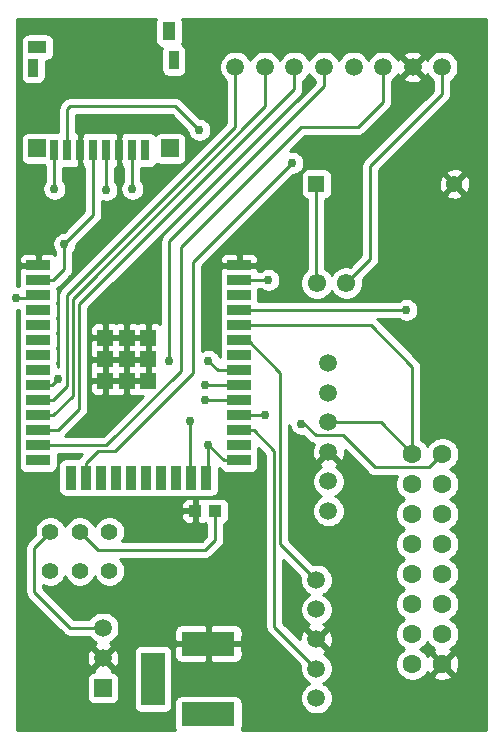
<source format=gbr>
%TF.GenerationSoftware,KiCad,Pcbnew,5.1.7-a382d34a8~88~ubuntu18.04.1*%
%TF.CreationDate,2021-03-14T12:27:23+01:00*%
%TF.ProjectId,bleskomat-v2.1.0,626c6573-6b6f-46d6-9174-2d76322e312e,test*%
%TF.SameCoordinates,Original*%
%TF.FileFunction,Copper,L1,Top*%
%TF.FilePolarity,Positive*%
%FSLAX46Y46*%
G04 Gerber Fmt 4.6, Leading zero omitted, Abs format (unit mm)*
G04 Created by KiCad (PCBNEW 5.1.7-a382d34a8~88~ubuntu18.04.1) date 2021-03-14 12:27:23*
%MOMM*%
%LPD*%
G01*
G04 APERTURE LIST*
%TA.AperFunction,ComponentPad*%
%ADD10R,4.500000X2.000000*%
%TD*%
%TA.AperFunction,ComponentPad*%
%ADD11R,2.000000X4.500000*%
%TD*%
%TA.AperFunction,ComponentPad*%
%ADD12C,1.397000*%
%TD*%
%TA.AperFunction,SMDPad,CuDef*%
%ADD13R,1.320800X1.320800*%
%TD*%
%TA.AperFunction,SMDPad,CuDef*%
%ADD14R,0.889000X2.006600*%
%TD*%
%TA.AperFunction,SMDPad,CuDef*%
%ADD15R,2.006600X0.889000*%
%TD*%
%TA.AperFunction,ComponentPad*%
%ADD16C,1.371600*%
%TD*%
%TA.AperFunction,ComponentPad*%
%ADD17R,1.371600X1.371600*%
%TD*%
%TA.AperFunction,ComponentPad*%
%ADD18C,1.508000*%
%TD*%
%TA.AperFunction,ComponentPad*%
%ADD19R,1.508000X1.508000*%
%TD*%
%TA.AperFunction,ComponentPad*%
%ADD20C,1.498600*%
%TD*%
%TA.AperFunction,SMDPad,CuDef*%
%ADD21R,1.041400X1.549400*%
%TD*%
%TA.AperFunction,SMDPad,CuDef*%
%ADD22R,1.549400X1.041400*%
%TD*%
%TA.AperFunction,SMDPad,CuDef*%
%ADD23R,0.838200X1.549400*%
%TD*%
%TA.AperFunction,SMDPad,CuDef*%
%ADD24R,1.498600X1.498600*%
%TD*%
%TA.AperFunction,SMDPad,CuDef*%
%ADD25R,0.762000X1.803400*%
%TD*%
%TA.AperFunction,ComponentPad*%
%ADD26C,1.549400*%
%TD*%
%TA.AperFunction,ComponentPad*%
%ADD27C,1.600200*%
%TD*%
%TA.AperFunction,SMDPad,CuDef*%
%ADD28R,1.100000X1.000000*%
%TD*%
%TA.AperFunction,ViaPad*%
%ADD29C,0.762000*%
%TD*%
%TA.AperFunction,Conductor*%
%ADD30C,0.254000*%
%TD*%
%TA.AperFunction,Conductor*%
%ADD31C,0.100000*%
%TD*%
G04 APERTURE END LIST*
D10*
%TO.P,12V DC,2*%
%TO.N,GND*%
X116840000Y-127048000D03*
%TO.P,12V DC,1*%
%TO.N,Net-(J3-Pad15)*%
X116840000Y-133048000D03*
D11*
%TO.P,12V DC,3*%
%TO.N,N/C*%
X112140000Y-130048000D03*
%TD*%
D12*
%TO.P,U2,6*%
%TO.N,N/C*%
X108458000Y-120902000D03*
%TO.P,U2,5*%
X105958000Y-120902000D03*
%TO.P,U2,4*%
X103458000Y-120902000D03*
%TO.P,U2,3*%
%TO.N,Net-(PS1-Pad3)*%
X103458000Y-117602001D03*
%TO.P,U2,2*%
%TO.N,Net-(D1-Pad2)*%
X105958000Y-117602001D03*
%TO.P,U2,1*%
%TO.N,Net-(J1-Pad2)*%
X108458000Y-117602001D03*
%TD*%
D13*
%TO.P,U1,47*%
%TO.N,GND*%
X111762211Y-104820281D03*
%TO.P,U1,46*%
X109927210Y-104820281D03*
%TO.P,U1,45*%
X108092210Y-104820281D03*
%TO.P,U1,41*%
X111762211Y-101150281D03*
%TO.P,U1,40*%
X109927210Y-101150281D03*
%TO.P,U1,39*%
X108092210Y-101150281D03*
%TO.P,U1,44*%
X111762211Y-102985281D03*
%TO.P,U1,43*%
X109927210Y-102985281D03*
%TO.P,U1,42*%
X108092210Y-102985281D03*
D14*
%TO.P,U1,24*%
%TO.N,Net-(J1-Pad5)*%
X116646501Y-112992500D03*
%TO.P,U1,23*%
%TO.N,Net-(J2-Pad4)*%
X115376501Y-112992500D03*
%TO.P,U1,22*%
%TO.N,N/C*%
X114106501Y-112992500D03*
%TO.P,U1,21*%
X112836501Y-112992500D03*
%TO.P,U1,20*%
X111566501Y-112992500D03*
%TO.P,U1,19*%
X110296501Y-112992500D03*
%TO.P,U1,18*%
X109026501Y-112992500D03*
%TO.P,U1,17*%
X107756501Y-112992500D03*
%TO.P,U1,16*%
%TO.N,Net-(J2-Pad5)*%
X106486501Y-112992500D03*
%TO.P,U1,15*%
%TO.N,N/C*%
X105216501Y-112992500D03*
D15*
%TO.P,U1,25*%
%TO.N,Net-(J1-Pad5)*%
X119431502Y-111551304D03*
%TO.P,U1,26*%
%TO.N,N/C*%
X119431502Y-110281304D03*
%TO.P,U1,27*%
%TO.N,Net-(J6-Pad4)*%
X119431502Y-109011304D03*
%TO.P,U1,28*%
%TO.N,Net-(J3-Pad2)*%
X119431502Y-107741304D03*
%TO.P,U1,29*%
%TO.N,Net-(J5-Pad1)*%
X119431502Y-106471304D03*
%TO.P,U1,30*%
%TO.N,Net-(J5-Pad5)*%
X119431502Y-105201304D03*
%TO.P,U1,31*%
%TO.N,Net-(J5-Pad7)*%
X119431502Y-103931304D03*
%TO.P,U1,32*%
%TO.N,N/C*%
X119431502Y-102661304D03*
%TO.P,U1,33*%
%TO.N,Net-(J6-Pad1)*%
X119431502Y-101391304D03*
%TO.P,U1,34*%
%TO.N,Net-(J1-Pad4)*%
X119431502Y-100121304D03*
%TO.P,U1,35*%
%TO.N,Net-(J1-Pad6)*%
X119431502Y-98851304D03*
%TO.P,U1,36*%
%TO.N,N/C*%
X119431502Y-97581304D03*
%TO.P,U1,37*%
%TO.N,Net-(J5-Pad2)*%
X119431502Y-96311304D03*
%TO.P,U1,38*%
%TO.N,GND*%
X119431502Y-95041304D03*
%TO.P,U1,14*%
%TO.N,N/C*%
X102431500Y-111551304D03*
%TO.P,U1,13*%
%TO.N,Net-(J2-Pad6)*%
X102431500Y-110281304D03*
%TO.P,U1,12*%
%TO.N,Net-(J2-Pad3)*%
X102431500Y-109011304D03*
%TO.P,U1,11*%
%TO.N,Net-(J2-Pad2)*%
X102431500Y-107741304D03*
%TO.P,U1,10*%
%TO.N,Net-(J2-Pad1)*%
X102431500Y-106471304D03*
%TO.P,U1,9*%
%TO.N,Net-(J4-Pad2)*%
X102431500Y-105201304D03*
%TO.P,U1,8*%
%TO.N,N/C*%
X102431500Y-103931304D03*
%TO.P,U1,7*%
X102431500Y-102661304D03*
%TO.P,U1,6*%
X102431500Y-101391304D03*
%TO.P,U1,5*%
X102431500Y-100121304D03*
%TO.P,U1,4*%
X102431500Y-98851304D03*
%TO.P,U1,3*%
%TO.N,Net-(J1-Pad1)*%
X102431500Y-97581304D03*
%TO.P,U1,2*%
%TO.N,Net-(D1-Pad2)*%
X102431500Y-96311304D03*
%TO.P,U1,1*%
%TO.N,GND*%
X102431500Y-95041304D03*
%TD*%
D16*
%TO.P,R1,2*%
%TO.N,GND*%
X137668000Y-88138000D03*
D17*
%TO.P,R1,1*%
%TO.N,Net-(J4-Pad2)*%
X125984000Y-88138000D03*
%TD*%
D18*
%TO.P,PS1,3*%
%TO.N,Net-(PS1-Pad3)*%
X107914000Y-125730000D03*
%TO.P,PS1,2*%
%TO.N,GND*%
X107914000Y-128270000D03*
D19*
%TO.P,PS1,1*%
%TO.N,Net-(J3-Pad15)*%
X107914000Y-130810000D03*
%TD*%
D20*
%TO.P,J6,5*%
%TO.N,Net-(J3-Pad15)*%
X125984000Y-131666488D03*
%TO.P,J6,4*%
%TO.N,Net-(J6-Pad4)*%
X125984000Y-129166366D03*
%TO.P,J6,3*%
%TO.N,GND*%
X125984000Y-126666244D03*
%TO.P,J6,2*%
%TO.N,N/C*%
X125984000Y-124166122D03*
%TO.P,J6,1*%
%TO.N,Net-(J6-Pad1)*%
X125984000Y-121666000D03*
%TD*%
D21*
%TO.P,J5,14*%
%TO.N,N/C*%
X113504294Y-75228702D03*
D22*
%TO.P,J5,13*%
X102350316Y-76549700D03*
D23*
%TO.P,J5,12*%
X113905208Y-77653701D03*
%TO.P,J5,11*%
X101994792Y-78303702D03*
D24*
%TO.P,J5,10*%
X113575000Y-85128301D03*
%TO.P,J5,9*%
X102325000Y-85128301D03*
D25*
%TO.P,J5,8*%
X111500712Y-85280701D03*
%TO.P,J5,7*%
%TO.N,Net-(J5-Pad7)*%
X110400711Y-85280701D03*
%TO.P,J5,6*%
%TO.N,GND*%
X109300711Y-85280701D03*
%TO.P,J5,5*%
%TO.N,Net-(J5-Pad5)*%
X108200711Y-85280701D03*
%TO.P,J5,4*%
%TO.N,Net-(D1-Pad2)*%
X107100713Y-85280701D03*
%TO.P,J5,3*%
%TO.N,GND*%
X106000713Y-85280701D03*
%TO.P,J5,2*%
%TO.N,Net-(J5-Pad2)*%
X104900712Y-85280701D03*
%TO.P,J5,1*%
%TO.N,Net-(J5-Pad1)*%
X103800712Y-85280701D03*
%TD*%
D26*
%TO.P,J4,2*%
%TO.N,Net-(J4-Pad2)*%
X126024000Y-96520000D03*
%TO.P,J4,1*%
%TO.N,Net-(D1-Pad2)*%
X128524000Y-96520000D03*
%TD*%
D27*
%TO.P,J3,16*%
%TO.N,GND*%
X136652000Y-128778000D03*
%TO.P,J3,15*%
%TO.N,Net-(J3-Pad15)*%
X134112000Y-128778000D03*
%TO.P,J3,14*%
%TO.N,N/C*%
X136652000Y-126238000D03*
%TO.P,J3,13*%
X134112000Y-126238000D03*
%TO.P,J3,12*%
X136652000Y-123698000D03*
%TO.P,J3,11*%
X134112000Y-123698000D03*
%TO.P,J3,10*%
X136652000Y-121158000D03*
%TO.P,J3,9*%
X134112000Y-121158000D03*
%TO.P,J3,8*%
X136652000Y-118618000D03*
%TO.P,J3,7*%
X134112000Y-118618000D03*
%TO.P,J3,6*%
X136652000Y-116078000D03*
%TO.P,J3,5*%
X134112000Y-116078000D03*
%TO.P,J3,4*%
X136652000Y-113538000D03*
%TO.P,J3,3*%
X134112000Y-113538000D03*
%TO.P,J3,2*%
%TO.N,Net-(J3-Pad2)*%
X136652000Y-110998000D03*
%TO.P,J3,1*%
%TO.N,Net-(J1-Pad4)*%
X134112000Y-110998000D03*
%TD*%
D20*
%TO.P,J2,8*%
%TO.N,Net-(D1-Pad2)*%
X136626000Y-78232000D03*
%TO.P,J2,7*%
%TO.N,GND*%
X134126000Y-78232000D03*
%TO.P,J2,6*%
%TO.N,Net-(J2-Pad6)*%
X131626000Y-78232000D03*
%TO.P,J2,5*%
%TO.N,Net-(J2-Pad5)*%
X129126000Y-78232000D03*
%TO.P,J2,4*%
%TO.N,Net-(J2-Pad4)*%
X126626000Y-78232000D03*
%TO.P,J2,3*%
%TO.N,Net-(J2-Pad3)*%
X124126000Y-78232000D03*
%TO.P,J2,2*%
%TO.N,Net-(J2-Pad2)*%
X121626000Y-78232000D03*
%TO.P,J2,1*%
%TO.N,Net-(J2-Pad1)*%
X119126000Y-78232000D03*
%TD*%
%TO.P,J1,6*%
%TO.N,Net-(J1-Pad6)*%
X127000000Y-103324002D03*
%TO.P,J1,5*%
%TO.N,Net-(J1-Pad5)*%
X127000000Y-105824000D03*
%TO.P,J1,4*%
%TO.N,Net-(J1-Pad4)*%
X127000000Y-108324000D03*
%TO.P,J1,3*%
%TO.N,GND*%
X127000000Y-110824000D03*
%TO.P,J1,2*%
%TO.N,Net-(J1-Pad2)*%
X127000000Y-113324000D03*
%TO.P,J1,1*%
%TO.N,Net-(J1-Pad1)*%
X127000000Y-115824000D03*
%TD*%
D28*
%TO.P,D1,2*%
%TO.N,Net-(D1-Pad2)*%
X117436000Y-115824000D03*
%TO.P,D1,1*%
%TO.N,GND*%
X115736000Y-115824000D03*
%TD*%
D29*
%TO.N,Net-(J1-Pad1)*%
X100584000Y-97790000D03*
%TO.N,Net-(J1-Pad5)*%
X116840000Y-110236000D03*
%TO.N,Net-(J1-Pad6)*%
X133604000Y-98806000D03*
%TO.N,Net-(J2-Pad5)*%
X123952000Y-86360000D03*
%TO.N,Net-(J2-Pad4)*%
X113538000Y-103124000D03*
X115316000Y-108204000D03*
%TO.N,Net-(J3-Pad2)*%
X124714000Y-108458000D03*
X124714000Y-108458000D03*
X121666000Y-107696000D03*
%TO.N,Net-(J4-Pad2)*%
X104140000Y-104648000D03*
%TO.N,Net-(J5-Pad1)*%
X103800712Y-88560712D03*
X116586000Y-106426000D03*
%TO.N,Net-(J5-Pad2)*%
X116078000Y-83566000D03*
X121920000Y-96266000D03*
%TO.N,Net-(J5-Pad5)*%
X108200711Y-88642711D03*
X116586000Y-105156000D03*
%TO.N,GND*%
X108092210Y-98663790D03*
X104140000Y-91186000D03*
%TO.N,Net-(D1-Pad2)*%
X104648000Y-93218000D03*
%TO.N,Net-(J5-Pad7)*%
X110400711Y-88556711D03*
X116840000Y-103124000D03*
%TD*%
D30*
%TO.N,Net-(J1-Pad1)*%
X102222804Y-97790000D02*
X102431500Y-97581304D01*
X100584000Y-97790000D02*
X102222804Y-97790000D01*
%TO.N,Net-(J1-Pad4)*%
X134112000Y-110998000D02*
X134112000Y-103632000D01*
X130601304Y-100121304D02*
X119431502Y-100121304D01*
X134112000Y-103632000D02*
X130601304Y-100121304D01*
X131438000Y-108324000D02*
X134112000Y-110998000D01*
X127000000Y-108324000D02*
X131438000Y-108324000D01*
%TO.N,Net-(J1-Pad5)*%
X116840000Y-112799001D02*
X116646501Y-112992500D01*
X116840000Y-110236000D02*
X116840000Y-112799001D01*
X118155304Y-111551304D02*
X119431502Y-111551304D01*
X116840000Y-110236000D02*
X118155304Y-111551304D01*
%TO.N,Net-(J1-Pad6)*%
X119476806Y-98806000D02*
X119431502Y-98851304D01*
X133604000Y-98806000D02*
X119476806Y-98806000D01*
%TO.N,Net-(J2-Pad6)*%
X131626000Y-81226000D02*
X131626000Y-78232000D01*
X108210590Y-110281304D02*
X114554000Y-103937894D01*
X124714000Y-83312000D02*
X129540000Y-83312000D01*
X102431500Y-110281304D02*
X108210590Y-110281304D01*
X114554000Y-103937894D02*
X114554000Y-93472000D01*
X114554000Y-93472000D02*
X124714000Y-83312000D01*
X129540000Y-83312000D02*
X131626000Y-81226000D01*
%TO.N,Net-(J2-Pad5)*%
X106426000Y-112931999D02*
X106486501Y-112992500D01*
X123952000Y-86360000D02*
X115570000Y-94742000D01*
X115570000Y-94742000D02*
X115570000Y-104140000D01*
X115570000Y-104140000D02*
X108966000Y-110744000D01*
X107477701Y-110744000D02*
X106486501Y-111735200D01*
X106486501Y-111735200D02*
X106486501Y-112992500D01*
X108966000Y-110744000D02*
X107477701Y-110744000D01*
%TO.N,Net-(J2-Pad4)*%
X126626000Y-78232000D02*
X126626000Y-79876000D01*
X113538000Y-92964000D02*
X113538000Y-103124000D01*
X126626000Y-79876000D02*
X113538000Y-92964000D01*
X113538000Y-103124000D02*
X113538000Y-103124000D01*
X115316000Y-112931999D02*
X115376501Y-112992500D01*
X115316000Y-108204000D02*
X115316000Y-112931999D01*
%TO.N,Net-(J2-Pad3)*%
X105918000Y-98298000D02*
X105918000Y-107188000D01*
X105918000Y-107188000D02*
X104094696Y-109011304D01*
X124126000Y-80090000D02*
X105918000Y-98298000D01*
X104094696Y-109011304D02*
X102431500Y-109011304D01*
X124126000Y-78232000D02*
X124126000Y-80090000D01*
%TO.N,Net-(J2-Pad2)*%
X121626000Y-78232000D02*
X121626000Y-81574000D01*
X103688800Y-107741304D02*
X102431500Y-107741304D01*
X105356010Y-106074094D02*
X103688800Y-107741304D01*
X105356010Y-97843990D02*
X105356010Y-106074094D01*
X121626000Y-81574000D02*
X105356010Y-97843990D01*
%TO.N,Net-(J2-Pad1)*%
X119126000Y-78232000D02*
X119126000Y-83312000D01*
X119126000Y-83312000D02*
X104902000Y-97536000D01*
X103688800Y-106471304D02*
X102431500Y-106471304D01*
X104902000Y-105258104D02*
X103688800Y-106471304D01*
X104902000Y-97536000D02*
X104902000Y-105258104D01*
%TO.N,Net-(J3-Pad2)*%
X135524899Y-112125101D02*
X130921101Y-112125101D01*
X136652000Y-110998000D02*
X135524899Y-112125101D01*
X128196301Y-109400301D02*
X125910301Y-109400301D01*
X130921101Y-112125101D02*
X128196301Y-109400301D01*
X125910301Y-109400301D02*
X124968000Y-108458000D01*
X124968000Y-108458000D02*
X124714000Y-108458000D01*
X124714000Y-108458000D02*
X124714000Y-108458000D01*
X124714000Y-108458000D02*
X124714000Y-108458000D01*
X119476806Y-107696000D02*
X119431502Y-107741304D01*
X121666000Y-107696000D02*
X119476806Y-107696000D01*
%TO.N,Net-(J4-Pad2)*%
X125984000Y-96480000D02*
X126024000Y-96520000D01*
X125984000Y-88138000D02*
X125984000Y-96480000D01*
X103586696Y-105201304D02*
X102431500Y-105201304D01*
X104140000Y-104648000D02*
X103586696Y-105201304D01*
%TO.N,Net-(J5-Pad1)*%
X103800712Y-85280701D02*
X103800712Y-88560712D01*
X103800712Y-88560712D02*
X103800712Y-88560712D01*
X119386198Y-106426000D02*
X119431502Y-106471304D01*
X116586000Y-106426000D02*
X119386198Y-106426000D01*
%TO.N,Net-(J5-Pad2)*%
X116078000Y-83566000D02*
X116078000Y-83566000D01*
X119476806Y-96266000D02*
X119431502Y-96311304D01*
X121920000Y-96266000D02*
X119476806Y-96266000D01*
X104900712Y-85280701D02*
X104900712Y-81789288D01*
X104900712Y-81789288D02*
X105156000Y-81534000D01*
X114046000Y-81534000D02*
X116078000Y-83566000D01*
X105156000Y-81534000D02*
X114046000Y-81534000D01*
%TO.N,Net-(J5-Pad5)*%
X108200711Y-85280701D02*
X108200711Y-88642711D01*
X108200711Y-88642711D02*
X108200711Y-88642711D01*
X119386198Y-105156000D02*
X119431502Y-105201304D01*
X116586000Y-105156000D02*
X119386198Y-105156000D01*
%TO.N,GND*%
X108092210Y-101150281D02*
X108092210Y-98663790D01*
X108092210Y-98663790D02*
X108092210Y-98663790D01*
X102431500Y-92894500D02*
X102431500Y-95041304D01*
X104140000Y-91186000D02*
X102431500Y-92894500D01*
%TO.N,Net-(D1-Pad2)*%
X105958000Y-117602001D02*
X107481999Y-119126000D01*
X107481999Y-119126000D02*
X116586000Y-119126000D01*
X117436000Y-118276000D02*
X117436000Y-115824000D01*
X116586000Y-119126000D02*
X117436000Y-118276000D01*
X136626000Y-78232000D02*
X136626000Y-80544000D01*
X136626000Y-80544000D02*
X130556000Y-86614000D01*
X130556000Y-94488000D02*
X128524000Y-96520000D01*
X130556000Y-86614000D02*
X130556000Y-94488000D01*
X103688800Y-96311304D02*
X102431500Y-96311304D01*
X104648000Y-95352104D02*
X103688800Y-96311304D01*
X104648000Y-93218000D02*
X104648000Y-95352104D01*
X107100713Y-90765287D02*
X104648000Y-93218000D01*
X107100713Y-85280701D02*
X107100713Y-90765287D01*
%TO.N,Net-(J5-Pad7)*%
X110400711Y-85280701D02*
X110400711Y-88556711D01*
X110400711Y-88556711D02*
X110400711Y-88556711D01*
X117647304Y-103931304D02*
X119431502Y-103931304D01*
X116840000Y-103124000D02*
X117647304Y-103931304D01*
%TO.N,Net-(J6-Pad4)*%
X122428000Y-125610366D02*
X125984000Y-129166366D01*
X119431502Y-109011304D02*
X120688802Y-109011304D01*
X120688802Y-109011304D02*
X122428000Y-110750502D01*
X122428000Y-110750502D02*
X122428000Y-125610366D01*
%TO.N,Net-(J6-Pad1)*%
X122936000Y-118618000D02*
X125984000Y-121666000D01*
X122936000Y-104129400D02*
X122936000Y-118618000D01*
X119431502Y-101391304D02*
X120197904Y-101391304D01*
X120197904Y-101391304D02*
X122936000Y-104129400D01*
%TO.N,Net-(PS1-Pad3)*%
X105156000Y-125730000D02*
X107914000Y-125730000D01*
X102108000Y-122682000D02*
X105156000Y-125730000D01*
X103458000Y-117602001D02*
X102108000Y-118952001D01*
X102108000Y-118952001D02*
X102108000Y-122682000D01*
%TD*%
%TO.N,GND*%
X112394092Y-74209822D02*
X112357782Y-74329520D01*
X112345522Y-74454002D01*
X112345522Y-76003402D01*
X112357782Y-76127884D01*
X112394092Y-76247582D01*
X112453057Y-76357896D01*
X112532409Y-76454587D01*
X112629100Y-76533939D01*
X112739414Y-76592904D01*
X112859112Y-76629214D01*
X112897578Y-76633002D01*
X112896606Y-76634821D01*
X112860296Y-76754519D01*
X112848036Y-76879001D01*
X112848036Y-78428401D01*
X112860296Y-78552883D01*
X112896606Y-78672581D01*
X112955571Y-78782895D01*
X113034923Y-78879586D01*
X113131614Y-78958938D01*
X113241928Y-79017903D01*
X113361626Y-79054213D01*
X113486108Y-79066473D01*
X114324308Y-79066473D01*
X114448790Y-79054213D01*
X114568488Y-79017903D01*
X114678802Y-78958938D01*
X114775493Y-78879586D01*
X114854845Y-78782895D01*
X114913810Y-78672581D01*
X114950120Y-78552883D01*
X114962380Y-78428401D01*
X114962380Y-76879001D01*
X114950120Y-76754519D01*
X114913810Y-76634821D01*
X114854845Y-76524507D01*
X114775493Y-76427816D01*
X114678802Y-76348464D01*
X114586846Y-76299311D01*
X114614496Y-76247582D01*
X114650806Y-76127884D01*
X114663066Y-76003402D01*
X114663066Y-74454002D01*
X114650806Y-74329520D01*
X114614496Y-74209822D01*
X114587865Y-74160000D01*
X140340001Y-74160000D01*
X140340000Y-134340000D01*
X119653941Y-134340000D01*
X119679502Y-134292180D01*
X119715812Y-134172482D01*
X119728072Y-134048000D01*
X119728072Y-132048000D01*
X119715812Y-131923518D01*
X119679502Y-131803820D01*
X119620537Y-131693506D01*
X119541185Y-131596815D01*
X119444494Y-131517463D01*
X119334180Y-131458498D01*
X119214482Y-131422188D01*
X119090000Y-131409928D01*
X114590000Y-131409928D01*
X114465518Y-131422188D01*
X114345820Y-131458498D01*
X114235506Y-131517463D01*
X114138815Y-131596815D01*
X114059463Y-131693506D01*
X114000498Y-131803820D01*
X113964188Y-131923518D01*
X113951928Y-132048000D01*
X113951928Y-134048000D01*
X113964188Y-134172482D01*
X114000498Y-134292180D01*
X114026059Y-134340000D01*
X100660000Y-134340000D01*
X100660000Y-130056000D01*
X106521928Y-130056000D01*
X106521928Y-131564000D01*
X106534188Y-131688482D01*
X106570498Y-131808180D01*
X106629463Y-131918494D01*
X106708815Y-132015185D01*
X106805506Y-132094537D01*
X106915820Y-132153502D01*
X107035518Y-132189812D01*
X107160000Y-132202072D01*
X108668000Y-132202072D01*
X108792482Y-132189812D01*
X108912180Y-132153502D01*
X109022494Y-132094537D01*
X109119185Y-132015185D01*
X109198537Y-131918494D01*
X109257502Y-131808180D01*
X109293812Y-131688482D01*
X109306072Y-131564000D01*
X109306072Y-130056000D01*
X109293812Y-129931518D01*
X109257502Y-129811820D01*
X109198537Y-129701506D01*
X109119185Y-129604815D01*
X109022494Y-129525463D01*
X108912180Y-129466498D01*
X108792482Y-129430188D01*
X108668000Y-129417928D01*
X108642360Y-129417928D01*
X108694246Y-129229851D01*
X107914000Y-128449605D01*
X107133754Y-129229851D01*
X107185640Y-129417928D01*
X107160000Y-129417928D01*
X107035518Y-129430188D01*
X106915820Y-129466498D01*
X106805506Y-129525463D01*
X106708815Y-129604815D01*
X106629463Y-129701506D01*
X106570498Y-129811820D01*
X106534188Y-129931518D01*
X106521928Y-130056000D01*
X100660000Y-130056000D01*
X100660000Y-128342334D01*
X106520155Y-128342334D01*
X106561049Y-128612870D01*
X106653937Y-128870229D01*
X106714873Y-128984235D01*
X106954149Y-129050246D01*
X107734395Y-128270000D01*
X108093605Y-128270000D01*
X108873851Y-129050246D01*
X109113127Y-128984235D01*
X109229426Y-128736574D01*
X109295174Y-128470982D01*
X109307845Y-128197666D01*
X109266951Y-127927130D01*
X109220345Y-127798000D01*
X110501928Y-127798000D01*
X110501928Y-132298000D01*
X110514188Y-132422482D01*
X110550498Y-132542180D01*
X110609463Y-132652494D01*
X110688815Y-132749185D01*
X110785506Y-132828537D01*
X110895820Y-132887502D01*
X111015518Y-132923812D01*
X111140000Y-132936072D01*
X113140000Y-132936072D01*
X113264482Y-132923812D01*
X113384180Y-132887502D01*
X113494494Y-132828537D01*
X113591185Y-132749185D01*
X113670537Y-132652494D01*
X113729502Y-132542180D01*
X113765812Y-132422482D01*
X113778072Y-132298000D01*
X113778072Y-128048000D01*
X113951928Y-128048000D01*
X113964188Y-128172482D01*
X114000498Y-128292180D01*
X114059463Y-128402494D01*
X114138815Y-128499185D01*
X114235506Y-128578537D01*
X114345820Y-128637502D01*
X114465518Y-128673812D01*
X114590000Y-128686072D01*
X116554250Y-128683000D01*
X116713000Y-128524250D01*
X116713000Y-127175000D01*
X116967000Y-127175000D01*
X116967000Y-128524250D01*
X117125750Y-128683000D01*
X119090000Y-128686072D01*
X119214482Y-128673812D01*
X119334180Y-128637502D01*
X119444494Y-128578537D01*
X119541185Y-128499185D01*
X119620537Y-128402494D01*
X119679502Y-128292180D01*
X119715812Y-128172482D01*
X119728072Y-128048000D01*
X119725000Y-127333750D01*
X119566250Y-127175000D01*
X116967000Y-127175000D01*
X116713000Y-127175000D01*
X114113750Y-127175000D01*
X113955000Y-127333750D01*
X113951928Y-128048000D01*
X113778072Y-128048000D01*
X113778072Y-127798000D01*
X113765812Y-127673518D01*
X113729502Y-127553820D01*
X113670537Y-127443506D01*
X113591185Y-127346815D01*
X113494494Y-127267463D01*
X113384180Y-127208498D01*
X113264482Y-127172188D01*
X113140000Y-127159928D01*
X111140000Y-127159928D01*
X111015518Y-127172188D01*
X110895820Y-127208498D01*
X110785506Y-127267463D01*
X110688815Y-127346815D01*
X110609463Y-127443506D01*
X110550498Y-127553820D01*
X110514188Y-127673518D01*
X110501928Y-127798000D01*
X109220345Y-127798000D01*
X109174063Y-127669771D01*
X109113127Y-127555765D01*
X108873851Y-127489754D01*
X108093605Y-128270000D01*
X107734395Y-128270000D01*
X106954149Y-127489754D01*
X106714873Y-127555765D01*
X106598574Y-127803426D01*
X106532826Y-128069018D01*
X106520155Y-128342334D01*
X100660000Y-128342334D01*
X100660000Y-118952001D01*
X101342314Y-118952001D01*
X101346000Y-118989424D01*
X101346001Y-122644567D01*
X101342314Y-122682000D01*
X101357027Y-122831378D01*
X101400599Y-122975015D01*
X101471355Y-123107392D01*
X101542721Y-123194351D01*
X101566579Y-123223422D01*
X101595649Y-123247279D01*
X104590721Y-126242352D01*
X104614578Y-126271422D01*
X104643648Y-126295279D01*
X104730607Y-126366645D01*
X104770444Y-126387938D01*
X104862985Y-126437402D01*
X105006622Y-126480974D01*
X105118574Y-126492000D01*
X105118577Y-126492000D01*
X105156000Y-126495686D01*
X105193423Y-126492000D01*
X106752616Y-126492000D01*
X106835093Y-126615436D01*
X107028564Y-126808907D01*
X107256062Y-126960916D01*
X107346174Y-126998242D01*
X107313771Y-127009937D01*
X107199765Y-127070873D01*
X107133754Y-127310149D01*
X107914000Y-128090395D01*
X108694246Y-127310149D01*
X108628235Y-127070873D01*
X108477437Y-127000060D01*
X108571938Y-126960916D01*
X108799436Y-126808907D01*
X108992907Y-126615436D01*
X109144916Y-126387938D01*
X109249622Y-126135156D01*
X109266958Y-126048000D01*
X113951928Y-126048000D01*
X113955000Y-126762250D01*
X114113750Y-126921000D01*
X116713000Y-126921000D01*
X116713000Y-125571750D01*
X116967000Y-125571750D01*
X116967000Y-126921000D01*
X119566250Y-126921000D01*
X119725000Y-126762250D01*
X119728072Y-126048000D01*
X119715812Y-125923518D01*
X119679502Y-125803820D01*
X119620537Y-125693506D01*
X119541185Y-125596815D01*
X119444494Y-125517463D01*
X119334180Y-125458498D01*
X119214482Y-125422188D01*
X119090000Y-125409928D01*
X117125750Y-125413000D01*
X116967000Y-125571750D01*
X116713000Y-125571750D01*
X116554250Y-125413000D01*
X114590000Y-125409928D01*
X114465518Y-125422188D01*
X114345820Y-125458498D01*
X114235506Y-125517463D01*
X114138815Y-125596815D01*
X114059463Y-125693506D01*
X114000498Y-125803820D01*
X113964188Y-125923518D01*
X113951928Y-126048000D01*
X109266958Y-126048000D01*
X109303000Y-125866805D01*
X109303000Y-125593195D01*
X109249622Y-125324844D01*
X109144916Y-125072062D01*
X108992907Y-124844564D01*
X108799436Y-124651093D01*
X108571938Y-124499084D01*
X108319156Y-124394378D01*
X108050805Y-124341000D01*
X107777195Y-124341000D01*
X107508844Y-124394378D01*
X107256062Y-124499084D01*
X107028564Y-124651093D01*
X106835093Y-124844564D01*
X106752616Y-124968000D01*
X105471631Y-124968000D01*
X102870000Y-122366370D01*
X102870000Y-122101812D01*
X103069032Y-122184254D01*
X103326662Y-122235500D01*
X103589338Y-122235500D01*
X103846968Y-122184254D01*
X104089649Y-122083732D01*
X104308057Y-121937797D01*
X104493797Y-121752057D01*
X104639732Y-121533649D01*
X104708000Y-121368836D01*
X104776268Y-121533649D01*
X104922203Y-121752057D01*
X105107943Y-121937797D01*
X105326351Y-122083732D01*
X105569032Y-122184254D01*
X105826662Y-122235500D01*
X106089338Y-122235500D01*
X106346968Y-122184254D01*
X106589649Y-122083732D01*
X106808057Y-121937797D01*
X106993797Y-121752057D01*
X107139732Y-121533649D01*
X107208000Y-121368836D01*
X107276268Y-121533649D01*
X107422203Y-121752057D01*
X107607943Y-121937797D01*
X107826351Y-122083732D01*
X108069032Y-122184254D01*
X108326662Y-122235500D01*
X108589338Y-122235500D01*
X108846968Y-122184254D01*
X109089649Y-122083732D01*
X109308057Y-121937797D01*
X109493797Y-121752057D01*
X109639732Y-121533649D01*
X109740254Y-121290968D01*
X109791500Y-121033338D01*
X109791500Y-120770662D01*
X109740254Y-120513032D01*
X109639732Y-120270351D01*
X109493797Y-120051943D01*
X109329854Y-119888000D01*
X116548577Y-119888000D01*
X116586000Y-119891686D01*
X116623423Y-119888000D01*
X116623426Y-119888000D01*
X116735378Y-119876974D01*
X116879015Y-119833402D01*
X117011392Y-119762645D01*
X117127422Y-119667422D01*
X117151284Y-119638346D01*
X117948347Y-118841283D01*
X117977422Y-118817422D01*
X118037857Y-118743781D01*
X118072645Y-118701393D01*
X118117219Y-118618000D01*
X118143402Y-118569015D01*
X118186974Y-118425378D01*
X118198000Y-118313426D01*
X118198000Y-118313423D01*
X118201686Y-118276000D01*
X118198000Y-118238577D01*
X118198000Y-116923264D01*
X118230180Y-116913502D01*
X118340494Y-116854537D01*
X118437185Y-116775185D01*
X118516537Y-116678494D01*
X118575502Y-116568180D01*
X118611812Y-116448482D01*
X118624072Y-116324000D01*
X118624072Y-115324000D01*
X118611812Y-115199518D01*
X118575502Y-115079820D01*
X118516537Y-114969506D01*
X118437185Y-114872815D01*
X118340494Y-114793463D01*
X118230180Y-114734498D01*
X118110482Y-114698188D01*
X117986000Y-114685928D01*
X116886000Y-114685928D01*
X116761518Y-114698188D01*
X116641820Y-114734498D01*
X116586000Y-114764335D01*
X116530180Y-114734498D01*
X116410482Y-114698188D01*
X116286000Y-114685928D01*
X116021750Y-114689000D01*
X115863000Y-114847750D01*
X115863000Y-115697000D01*
X115883000Y-115697000D01*
X115883000Y-115951000D01*
X115863000Y-115951000D01*
X115863000Y-116800250D01*
X116021750Y-116959000D01*
X116286000Y-116962072D01*
X116410482Y-116949812D01*
X116530180Y-116913502D01*
X116586000Y-116883665D01*
X116641820Y-116913502D01*
X116674001Y-116923264D01*
X116674000Y-117960370D01*
X116270370Y-118364000D01*
X109552635Y-118364000D01*
X109639732Y-118233650D01*
X109740254Y-117990969D01*
X109791500Y-117733339D01*
X109791500Y-117470663D01*
X109740254Y-117213033D01*
X109639732Y-116970352D01*
X109493797Y-116751944D01*
X109308057Y-116566204D01*
X109089649Y-116420269D01*
X108857236Y-116324000D01*
X114547928Y-116324000D01*
X114560188Y-116448482D01*
X114596498Y-116568180D01*
X114655463Y-116678494D01*
X114734815Y-116775185D01*
X114831506Y-116854537D01*
X114941820Y-116913502D01*
X115061518Y-116949812D01*
X115186000Y-116962072D01*
X115450250Y-116959000D01*
X115609000Y-116800250D01*
X115609000Y-115951000D01*
X114709750Y-115951000D01*
X114551000Y-116109750D01*
X114547928Y-116324000D01*
X108857236Y-116324000D01*
X108846968Y-116319747D01*
X108589338Y-116268501D01*
X108326662Y-116268501D01*
X108069032Y-116319747D01*
X107826351Y-116420269D01*
X107607943Y-116566204D01*
X107422203Y-116751944D01*
X107276268Y-116970352D01*
X107208000Y-117135165D01*
X107139732Y-116970352D01*
X106993797Y-116751944D01*
X106808057Y-116566204D01*
X106589649Y-116420269D01*
X106346968Y-116319747D01*
X106089338Y-116268501D01*
X105826662Y-116268501D01*
X105569032Y-116319747D01*
X105326351Y-116420269D01*
X105107943Y-116566204D01*
X104922203Y-116751944D01*
X104776268Y-116970352D01*
X104708000Y-117135165D01*
X104639732Y-116970352D01*
X104493797Y-116751944D01*
X104308057Y-116566204D01*
X104089649Y-116420269D01*
X103846968Y-116319747D01*
X103589338Y-116268501D01*
X103326662Y-116268501D01*
X103069032Y-116319747D01*
X102826351Y-116420269D01*
X102607943Y-116566204D01*
X102422203Y-116751944D01*
X102276268Y-116970352D01*
X102175746Y-117213033D01*
X102124500Y-117470663D01*
X102124500Y-117733339D01*
X102145161Y-117837209D01*
X101595654Y-118386717D01*
X101566578Y-118410579D01*
X101518944Y-118468622D01*
X101471355Y-118526609D01*
X101440370Y-118584578D01*
X101400598Y-118658987D01*
X101357026Y-118802624D01*
X101346351Y-118911015D01*
X101342314Y-118952001D01*
X100660000Y-118952001D01*
X100660000Y-115324000D01*
X114547928Y-115324000D01*
X114551000Y-115538250D01*
X114709750Y-115697000D01*
X115609000Y-115697000D01*
X115609000Y-114847750D01*
X115450250Y-114689000D01*
X115186000Y-114685928D01*
X115061518Y-114698188D01*
X114941820Y-114734498D01*
X114831506Y-114793463D01*
X114734815Y-114872815D01*
X114655463Y-114969506D01*
X114596498Y-115079820D01*
X114560188Y-115199518D01*
X114547928Y-115324000D01*
X100660000Y-115324000D01*
X100660000Y-98806000D01*
X100684067Y-98806000D01*
X100790128Y-98784903D01*
X100790128Y-99295804D01*
X100802388Y-99420286D01*
X100822414Y-99486304D01*
X100802388Y-99552322D01*
X100790128Y-99676804D01*
X100790128Y-100565804D01*
X100802388Y-100690286D01*
X100822414Y-100756304D01*
X100802388Y-100822322D01*
X100790128Y-100946804D01*
X100790128Y-101835804D01*
X100802388Y-101960286D01*
X100822414Y-102026304D01*
X100802388Y-102092322D01*
X100790128Y-102216804D01*
X100790128Y-103105804D01*
X100802388Y-103230286D01*
X100822414Y-103296304D01*
X100802388Y-103362322D01*
X100790128Y-103486804D01*
X100790128Y-104375804D01*
X100802388Y-104500286D01*
X100822414Y-104566304D01*
X100802388Y-104632322D01*
X100790128Y-104756804D01*
X100790128Y-105645804D01*
X100802388Y-105770286D01*
X100822414Y-105836304D01*
X100802388Y-105902322D01*
X100790128Y-106026804D01*
X100790128Y-106915804D01*
X100802388Y-107040286D01*
X100822414Y-107106304D01*
X100802388Y-107172322D01*
X100790128Y-107296804D01*
X100790128Y-108185804D01*
X100802388Y-108310286D01*
X100822414Y-108376304D01*
X100802388Y-108442322D01*
X100790128Y-108566804D01*
X100790128Y-109455804D01*
X100802388Y-109580286D01*
X100822414Y-109646304D01*
X100802388Y-109712322D01*
X100790128Y-109836804D01*
X100790128Y-110725804D01*
X100802388Y-110850286D01*
X100822414Y-110916304D01*
X100802388Y-110982322D01*
X100790128Y-111106804D01*
X100790128Y-111995804D01*
X100802388Y-112120286D01*
X100838698Y-112239984D01*
X100897663Y-112350298D01*
X100977015Y-112446989D01*
X101073706Y-112526341D01*
X101184020Y-112585306D01*
X101303718Y-112621616D01*
X101428200Y-112633876D01*
X103434800Y-112633876D01*
X103559282Y-112621616D01*
X103678980Y-112585306D01*
X103789294Y-112526341D01*
X103885985Y-112446989D01*
X103965337Y-112350298D01*
X104024302Y-112239984D01*
X104060612Y-112120286D01*
X104072872Y-111995804D01*
X104072872Y-111106804D01*
X104066618Y-111043304D01*
X106100767Y-111043304D01*
X105974155Y-111169916D01*
X105945079Y-111193778D01*
X105892138Y-111258288D01*
X105849856Y-111309808D01*
X105816232Y-111372716D01*
X105785483Y-111363388D01*
X105661001Y-111351128D01*
X104772001Y-111351128D01*
X104647519Y-111363388D01*
X104527821Y-111399698D01*
X104417507Y-111458663D01*
X104320816Y-111538015D01*
X104241464Y-111634706D01*
X104182499Y-111745020D01*
X104146189Y-111864718D01*
X104133929Y-111989200D01*
X104133929Y-113995800D01*
X104146189Y-114120282D01*
X104182499Y-114239980D01*
X104241464Y-114350294D01*
X104320816Y-114446985D01*
X104417507Y-114526337D01*
X104527821Y-114585302D01*
X104647519Y-114621612D01*
X104772001Y-114633872D01*
X105661001Y-114633872D01*
X105785483Y-114621612D01*
X105851501Y-114601586D01*
X105917519Y-114621612D01*
X106042001Y-114633872D01*
X106931001Y-114633872D01*
X107055483Y-114621612D01*
X107121501Y-114601586D01*
X107187519Y-114621612D01*
X107312001Y-114633872D01*
X108201001Y-114633872D01*
X108325483Y-114621612D01*
X108391501Y-114601586D01*
X108457519Y-114621612D01*
X108582001Y-114633872D01*
X109471001Y-114633872D01*
X109595483Y-114621612D01*
X109661501Y-114601586D01*
X109727519Y-114621612D01*
X109852001Y-114633872D01*
X110741001Y-114633872D01*
X110865483Y-114621612D01*
X110931501Y-114601586D01*
X110997519Y-114621612D01*
X111122001Y-114633872D01*
X112011001Y-114633872D01*
X112135483Y-114621612D01*
X112201501Y-114601586D01*
X112267519Y-114621612D01*
X112392001Y-114633872D01*
X113281001Y-114633872D01*
X113405483Y-114621612D01*
X113471501Y-114601586D01*
X113537519Y-114621612D01*
X113662001Y-114633872D01*
X114551001Y-114633872D01*
X114675483Y-114621612D01*
X114741501Y-114601586D01*
X114807519Y-114621612D01*
X114932001Y-114633872D01*
X115821001Y-114633872D01*
X115945483Y-114621612D01*
X116011501Y-114601586D01*
X116077519Y-114621612D01*
X116202001Y-114633872D01*
X117091001Y-114633872D01*
X117215483Y-114621612D01*
X117335181Y-114585302D01*
X117445495Y-114526337D01*
X117542186Y-114446985D01*
X117621538Y-114350294D01*
X117680503Y-114239980D01*
X117716813Y-114120282D01*
X117729073Y-113995800D01*
X117729073Y-112187261D01*
X117729911Y-112187949D01*
X117776979Y-112213107D01*
X117843275Y-112248543D01*
X117897665Y-112350298D01*
X117977017Y-112446989D01*
X118073708Y-112526341D01*
X118184022Y-112585306D01*
X118303720Y-112621616D01*
X118428202Y-112633876D01*
X120434802Y-112633876D01*
X120559284Y-112621616D01*
X120678982Y-112585306D01*
X120789296Y-112526341D01*
X120885987Y-112446989D01*
X120965339Y-112350298D01*
X121024304Y-112239984D01*
X121060614Y-112120286D01*
X121072874Y-111995804D01*
X121072874Y-111106804D01*
X121060614Y-110982322D01*
X121040588Y-110916304D01*
X121060614Y-110850286D01*
X121072874Y-110725804D01*
X121072874Y-110473007D01*
X121666000Y-111066133D01*
X121666001Y-125572933D01*
X121662314Y-125610366D01*
X121677027Y-125759744D01*
X121720599Y-125903381D01*
X121791355Y-126035758D01*
X121862721Y-126122717D01*
X121886579Y-126151788D01*
X121915649Y-126175645D01*
X124627959Y-128887956D01*
X124599700Y-129030024D01*
X124599700Y-129302708D01*
X124652898Y-129570151D01*
X124757249Y-129822078D01*
X124908744Y-130048806D01*
X125101560Y-130241622D01*
X125328288Y-130393117D01*
X125384564Y-130416427D01*
X125328288Y-130439737D01*
X125101560Y-130591232D01*
X124908744Y-130784048D01*
X124757249Y-131010776D01*
X124652898Y-131262703D01*
X124599700Y-131530146D01*
X124599700Y-131802830D01*
X124652898Y-132070273D01*
X124757249Y-132322200D01*
X124908744Y-132548928D01*
X125101560Y-132741744D01*
X125328288Y-132893239D01*
X125580215Y-132997590D01*
X125847658Y-133050788D01*
X126120342Y-133050788D01*
X126387785Y-132997590D01*
X126639712Y-132893239D01*
X126866440Y-132741744D01*
X127059256Y-132548928D01*
X127210751Y-132322200D01*
X127315102Y-132070273D01*
X127368300Y-131802830D01*
X127368300Y-131530146D01*
X127315102Y-131262703D01*
X127210751Y-131010776D01*
X127059256Y-130784048D01*
X126866440Y-130591232D01*
X126639712Y-130439737D01*
X126583436Y-130416427D01*
X126639712Y-130393117D01*
X126866440Y-130241622D01*
X127059256Y-130048806D01*
X127210751Y-129822078D01*
X127315102Y-129570151D01*
X127368300Y-129302708D01*
X127368300Y-129030024D01*
X127315102Y-128762581D01*
X127210751Y-128510654D01*
X127059256Y-128283926D01*
X126866440Y-128091110D01*
X126639712Y-127939615D01*
X126588813Y-127918532D01*
X126695448Y-127861534D01*
X126760888Y-127622737D01*
X125984000Y-126845849D01*
X125969858Y-126859992D01*
X125790253Y-126680387D01*
X125804395Y-126666244D01*
X126163605Y-126666244D01*
X126940493Y-127443132D01*
X127179290Y-127377692D01*
X127295120Y-127130832D01*
X127360564Y-126866118D01*
X127373107Y-126593723D01*
X127332268Y-126324115D01*
X127239615Y-126067655D01*
X127179290Y-125954796D01*
X126940493Y-125889356D01*
X126163605Y-126666244D01*
X125804395Y-126666244D01*
X125027507Y-125889356D01*
X124788710Y-125954796D01*
X124672880Y-126201656D01*
X124607436Y-126466370D01*
X124596616Y-126701351D01*
X123190000Y-125294736D01*
X123190000Y-119949630D01*
X124627959Y-121387590D01*
X124599700Y-121529658D01*
X124599700Y-121802342D01*
X124652898Y-122069785D01*
X124757249Y-122321712D01*
X124908744Y-122548440D01*
X125101560Y-122741256D01*
X125328288Y-122892751D01*
X125384564Y-122916061D01*
X125328288Y-122939371D01*
X125101560Y-123090866D01*
X124908744Y-123283682D01*
X124757249Y-123510410D01*
X124652898Y-123762337D01*
X124599700Y-124029780D01*
X124599700Y-124302464D01*
X124652898Y-124569907D01*
X124757249Y-124821834D01*
X124908744Y-125048562D01*
X125101560Y-125241378D01*
X125328288Y-125392873D01*
X125379187Y-125413956D01*
X125272552Y-125470954D01*
X125207112Y-125709751D01*
X125984000Y-126486639D01*
X126760888Y-125709751D01*
X126695448Y-125470954D01*
X126580931Y-125417221D01*
X126639712Y-125392873D01*
X126866440Y-125241378D01*
X127059256Y-125048562D01*
X127210751Y-124821834D01*
X127315102Y-124569907D01*
X127368300Y-124302464D01*
X127368300Y-124029780D01*
X127315102Y-123762337D01*
X127210751Y-123510410D01*
X127059256Y-123283682D01*
X126866440Y-123090866D01*
X126639712Y-122939371D01*
X126583436Y-122916061D01*
X126639712Y-122892751D01*
X126866440Y-122741256D01*
X127059256Y-122548440D01*
X127210751Y-122321712D01*
X127315102Y-122069785D01*
X127368300Y-121802342D01*
X127368300Y-121529658D01*
X127315102Y-121262215D01*
X127210751Y-121010288D01*
X127059256Y-120783560D01*
X126866440Y-120590744D01*
X126639712Y-120439249D01*
X126387785Y-120334898D01*
X126120342Y-120281700D01*
X125847658Y-120281700D01*
X125705590Y-120309959D01*
X123698000Y-118302370D01*
X123698000Y-113187658D01*
X125615700Y-113187658D01*
X125615700Y-113460342D01*
X125668898Y-113727785D01*
X125773249Y-113979712D01*
X125924744Y-114206440D01*
X126117560Y-114399256D01*
X126344288Y-114550751D01*
X126400416Y-114574000D01*
X126344288Y-114597249D01*
X126117560Y-114748744D01*
X125924744Y-114941560D01*
X125773249Y-115168288D01*
X125668898Y-115420215D01*
X125615700Y-115687658D01*
X125615700Y-115960342D01*
X125668898Y-116227785D01*
X125773249Y-116479712D01*
X125924744Y-116706440D01*
X126117560Y-116899256D01*
X126344288Y-117050751D01*
X126596215Y-117155102D01*
X126863658Y-117208300D01*
X127136342Y-117208300D01*
X127403785Y-117155102D01*
X127655712Y-117050751D01*
X127882440Y-116899256D01*
X128075256Y-116706440D01*
X128226751Y-116479712D01*
X128331102Y-116227785D01*
X128384300Y-115960342D01*
X128384300Y-115687658D01*
X128331102Y-115420215D01*
X128226751Y-115168288D01*
X128075256Y-114941560D01*
X127882440Y-114748744D01*
X127655712Y-114597249D01*
X127599584Y-114574000D01*
X127655712Y-114550751D01*
X127882440Y-114399256D01*
X128075256Y-114206440D01*
X128226751Y-113979712D01*
X128331102Y-113727785D01*
X128384300Y-113460342D01*
X128384300Y-113187658D01*
X128331102Y-112920215D01*
X128226751Y-112668288D01*
X128075256Y-112441560D01*
X127882440Y-112248744D01*
X127655712Y-112097249D01*
X127604942Y-112076219D01*
X127711448Y-112019290D01*
X127776888Y-111780493D01*
X127000000Y-111003605D01*
X126223112Y-111780493D01*
X126288552Y-112019290D01*
X126402931Y-112072958D01*
X126344288Y-112097249D01*
X126117560Y-112248744D01*
X125924744Y-112441560D01*
X125773249Y-112668288D01*
X125668898Y-112920215D01*
X125615700Y-113187658D01*
X123698000Y-113187658D01*
X123698000Y-108558067D01*
X123737044Y-108754356D01*
X123813632Y-108939256D01*
X123924821Y-109105662D01*
X124066338Y-109247179D01*
X124232744Y-109358368D01*
X124417644Y-109434956D01*
X124613933Y-109474000D01*
X124814067Y-109474000D01*
X124891056Y-109458686D01*
X125345022Y-109912652D01*
X125368879Y-109941723D01*
X125397949Y-109965580D01*
X125484908Y-110036946D01*
X125500549Y-110045306D01*
X125617286Y-110107703D01*
X125760923Y-110151275D01*
X125785409Y-110153687D01*
X125688880Y-110359412D01*
X125623436Y-110624126D01*
X125610893Y-110896521D01*
X125651732Y-111166129D01*
X125744385Y-111422589D01*
X125804710Y-111535448D01*
X126043507Y-111600888D01*
X126820395Y-110824000D01*
X126806253Y-110809858D01*
X126985858Y-110630253D01*
X127000000Y-110644395D01*
X127014143Y-110630253D01*
X127193748Y-110809858D01*
X127179605Y-110824000D01*
X127956493Y-111600888D01*
X128195290Y-111535448D01*
X128311120Y-111288588D01*
X128376564Y-111023874D01*
X128389107Y-110751479D01*
X128374693Y-110656324D01*
X130355822Y-112637453D01*
X130379679Y-112666523D01*
X130495709Y-112761746D01*
X130628086Y-112832503D01*
X130771723Y-112876075D01*
X130883675Y-112887101D01*
X130883677Y-112887101D01*
X130921100Y-112890787D01*
X130958523Y-112887101D01*
X132828270Y-112887101D01*
X132732050Y-113119397D01*
X132676900Y-113396655D01*
X132676900Y-113679345D01*
X132732050Y-113956603D01*
X132840231Y-114217775D01*
X132997285Y-114452823D01*
X133197177Y-114652715D01*
X133429578Y-114808000D01*
X133197177Y-114963285D01*
X132997285Y-115163177D01*
X132840231Y-115398225D01*
X132732050Y-115659397D01*
X132676900Y-115936655D01*
X132676900Y-116219345D01*
X132732050Y-116496603D01*
X132840231Y-116757775D01*
X132997285Y-116992823D01*
X133197177Y-117192715D01*
X133429578Y-117348000D01*
X133197177Y-117503285D01*
X132997285Y-117703177D01*
X132840231Y-117938225D01*
X132732050Y-118199397D01*
X132676900Y-118476655D01*
X132676900Y-118759345D01*
X132732050Y-119036603D01*
X132840231Y-119297775D01*
X132997285Y-119532823D01*
X133197177Y-119732715D01*
X133429578Y-119888000D01*
X133197177Y-120043285D01*
X132997285Y-120243177D01*
X132840231Y-120478225D01*
X132732050Y-120739397D01*
X132676900Y-121016655D01*
X132676900Y-121299345D01*
X132732050Y-121576603D01*
X132840231Y-121837775D01*
X132997285Y-122072823D01*
X133197177Y-122272715D01*
X133429578Y-122428000D01*
X133197177Y-122583285D01*
X132997285Y-122783177D01*
X132840231Y-123018225D01*
X132732050Y-123279397D01*
X132676900Y-123556655D01*
X132676900Y-123839345D01*
X132732050Y-124116603D01*
X132840231Y-124377775D01*
X132997285Y-124612823D01*
X133197177Y-124812715D01*
X133429578Y-124968000D01*
X133197177Y-125123285D01*
X132997285Y-125323177D01*
X132840231Y-125558225D01*
X132732050Y-125819397D01*
X132676900Y-126096655D01*
X132676900Y-126379345D01*
X132732050Y-126656603D01*
X132840231Y-126917775D01*
X132997285Y-127152823D01*
X133197177Y-127352715D01*
X133429578Y-127508000D01*
X133197177Y-127663285D01*
X132997285Y-127863177D01*
X132840231Y-128098225D01*
X132732050Y-128359397D01*
X132676900Y-128636655D01*
X132676900Y-128919345D01*
X132732050Y-129196603D01*
X132840231Y-129457775D01*
X132997285Y-129692823D01*
X133197177Y-129892715D01*
X133432225Y-130049769D01*
X133693397Y-130157950D01*
X133970655Y-130213100D01*
X134253345Y-130213100D01*
X134530603Y-130157950D01*
X134791775Y-130049769D01*
X135026823Y-129892715D01*
X135148764Y-129770774D01*
X135838831Y-129770774D01*
X135910426Y-130014754D01*
X136165954Y-130135664D01*
X136440161Y-130204400D01*
X136722508Y-130218320D01*
X137002147Y-130176889D01*
X137268328Y-130081700D01*
X137393574Y-130014754D01*
X137465169Y-129770774D01*
X136652000Y-128957605D01*
X135838831Y-129770774D01*
X135148764Y-129770774D01*
X135226715Y-129692823D01*
X135382905Y-129459068D01*
X135415246Y-129519574D01*
X135659226Y-129591169D01*
X136472395Y-128778000D01*
X136831605Y-128778000D01*
X137644774Y-129591169D01*
X137888754Y-129519574D01*
X138009664Y-129264046D01*
X138078400Y-128989839D01*
X138092320Y-128707492D01*
X138050889Y-128427853D01*
X137955700Y-128161672D01*
X137888754Y-128036426D01*
X137644774Y-127964831D01*
X136831605Y-128778000D01*
X136472395Y-128778000D01*
X135659226Y-127964831D01*
X135415246Y-128036426D01*
X135384812Y-128100744D01*
X135383769Y-128098225D01*
X135226715Y-127863177D01*
X135026823Y-127663285D01*
X134794422Y-127508000D01*
X135026823Y-127352715D01*
X135226715Y-127152823D01*
X135382000Y-126920422D01*
X135537285Y-127152823D01*
X135737177Y-127352715D01*
X135970932Y-127508905D01*
X135910426Y-127541246D01*
X135838831Y-127785226D01*
X136652000Y-128598395D01*
X137465169Y-127785226D01*
X137393574Y-127541246D01*
X137329256Y-127510812D01*
X137331775Y-127509769D01*
X137566823Y-127352715D01*
X137766715Y-127152823D01*
X137923769Y-126917775D01*
X138031950Y-126656603D01*
X138087100Y-126379345D01*
X138087100Y-126096655D01*
X138031950Y-125819397D01*
X137923769Y-125558225D01*
X137766715Y-125323177D01*
X137566823Y-125123285D01*
X137334422Y-124968000D01*
X137566823Y-124812715D01*
X137766715Y-124612823D01*
X137923769Y-124377775D01*
X138031950Y-124116603D01*
X138087100Y-123839345D01*
X138087100Y-123556655D01*
X138031950Y-123279397D01*
X137923769Y-123018225D01*
X137766715Y-122783177D01*
X137566823Y-122583285D01*
X137334422Y-122428000D01*
X137566823Y-122272715D01*
X137766715Y-122072823D01*
X137923769Y-121837775D01*
X138031950Y-121576603D01*
X138087100Y-121299345D01*
X138087100Y-121016655D01*
X138031950Y-120739397D01*
X137923769Y-120478225D01*
X137766715Y-120243177D01*
X137566823Y-120043285D01*
X137334422Y-119888000D01*
X137566823Y-119732715D01*
X137766715Y-119532823D01*
X137923769Y-119297775D01*
X138031950Y-119036603D01*
X138087100Y-118759345D01*
X138087100Y-118476655D01*
X138031950Y-118199397D01*
X137923769Y-117938225D01*
X137766715Y-117703177D01*
X137566823Y-117503285D01*
X137334422Y-117348000D01*
X137566823Y-117192715D01*
X137766715Y-116992823D01*
X137923769Y-116757775D01*
X138031950Y-116496603D01*
X138087100Y-116219345D01*
X138087100Y-115936655D01*
X138031950Y-115659397D01*
X137923769Y-115398225D01*
X137766715Y-115163177D01*
X137566823Y-114963285D01*
X137334422Y-114808000D01*
X137566823Y-114652715D01*
X137766715Y-114452823D01*
X137923769Y-114217775D01*
X138031950Y-113956603D01*
X138087100Y-113679345D01*
X138087100Y-113396655D01*
X138031950Y-113119397D01*
X137923769Y-112858225D01*
X137766715Y-112623177D01*
X137566823Y-112423285D01*
X137334422Y-112268000D01*
X137566823Y-112112715D01*
X137766715Y-111912823D01*
X137923769Y-111677775D01*
X138031950Y-111416603D01*
X138087100Y-111139345D01*
X138087100Y-110856655D01*
X138031950Y-110579397D01*
X137923769Y-110318225D01*
X137766715Y-110083177D01*
X137566823Y-109883285D01*
X137331775Y-109726231D01*
X137070603Y-109618050D01*
X136793345Y-109562900D01*
X136510655Y-109562900D01*
X136233397Y-109618050D01*
X135972225Y-109726231D01*
X135737177Y-109883285D01*
X135537285Y-110083177D01*
X135382000Y-110315578D01*
X135226715Y-110083177D01*
X135026823Y-109883285D01*
X134874000Y-109781172D01*
X134874000Y-103669423D01*
X134877686Y-103632000D01*
X134873350Y-103587978D01*
X134862974Y-103482622D01*
X134819402Y-103338985D01*
X134761412Y-103230493D01*
X134748645Y-103206607D01*
X134677279Y-103119648D01*
X134653422Y-103090578D01*
X134624352Y-103066721D01*
X131166588Y-99608958D01*
X131142726Y-99579882D01*
X131128248Y-99568000D01*
X132929159Y-99568000D01*
X132956338Y-99595179D01*
X133122744Y-99706368D01*
X133307644Y-99782956D01*
X133503933Y-99822000D01*
X133704067Y-99822000D01*
X133900356Y-99782956D01*
X134085256Y-99706368D01*
X134251662Y-99595179D01*
X134393179Y-99453662D01*
X134504368Y-99287256D01*
X134580956Y-99102356D01*
X134620000Y-98906067D01*
X134620000Y-98705933D01*
X134580956Y-98509644D01*
X134504368Y-98324744D01*
X134393179Y-98158338D01*
X134251662Y-98016821D01*
X134085256Y-97905632D01*
X133900356Y-97829044D01*
X133704067Y-97790000D01*
X133503933Y-97790000D01*
X133307644Y-97829044D01*
X133122744Y-97905632D01*
X132956338Y-98016821D01*
X132929159Y-98044000D01*
X121071082Y-98044000D01*
X121072874Y-98025804D01*
X121072874Y-97136804D01*
X121062158Y-97028000D01*
X121245159Y-97028000D01*
X121272338Y-97055179D01*
X121438744Y-97166368D01*
X121623644Y-97242956D01*
X121819933Y-97282000D01*
X122020067Y-97282000D01*
X122216356Y-97242956D01*
X122401256Y-97166368D01*
X122567662Y-97055179D01*
X122709179Y-96913662D01*
X122820368Y-96747256D01*
X122896956Y-96562356D01*
X122932998Y-96381157D01*
X124614300Y-96381157D01*
X124614300Y-96658843D01*
X124668474Y-96931194D01*
X124774740Y-97187743D01*
X124929014Y-97418631D01*
X125125369Y-97614986D01*
X125356257Y-97769260D01*
X125612806Y-97875526D01*
X125885157Y-97929700D01*
X126162843Y-97929700D01*
X126435194Y-97875526D01*
X126691743Y-97769260D01*
X126922631Y-97614986D01*
X127118986Y-97418631D01*
X127273260Y-97187743D01*
X127274000Y-97185956D01*
X127274740Y-97187743D01*
X127429014Y-97418631D01*
X127625369Y-97614986D01*
X127856257Y-97769260D01*
X128112806Y-97875526D01*
X128385157Y-97929700D01*
X128662843Y-97929700D01*
X128935194Y-97875526D01*
X129191743Y-97769260D01*
X129422631Y-97614986D01*
X129618986Y-97418631D01*
X129773260Y-97187743D01*
X129879526Y-96931194D01*
X129933700Y-96658843D01*
X129933700Y-96381157D01*
X129901642Y-96219989D01*
X131068352Y-95053279D01*
X131097422Y-95029422D01*
X131191897Y-94914304D01*
X131192645Y-94913393D01*
X131230465Y-94842636D01*
X131263402Y-94781015D01*
X131306974Y-94637378D01*
X131318000Y-94525426D01*
X131318000Y-94525423D01*
X131321686Y-94488000D01*
X131318000Y-94450577D01*
X131318000Y-89049121D01*
X136936485Y-89049121D01*
X136994221Y-89281442D01*
X137230242Y-89390919D01*
X137483086Y-89452247D01*
X137743036Y-89463069D01*
X138000103Y-89422970D01*
X138244407Y-89333490D01*
X138341779Y-89281442D01*
X138399515Y-89049121D01*
X137668000Y-88317605D01*
X136936485Y-89049121D01*
X131318000Y-89049121D01*
X131318000Y-88213036D01*
X136342931Y-88213036D01*
X136383030Y-88470103D01*
X136472510Y-88714407D01*
X136524558Y-88811779D01*
X136756879Y-88869515D01*
X137488395Y-88138000D01*
X137847605Y-88138000D01*
X138579121Y-88869515D01*
X138811442Y-88811779D01*
X138920919Y-88575758D01*
X138982247Y-88322914D01*
X138993069Y-88062964D01*
X138952970Y-87805897D01*
X138863490Y-87561593D01*
X138811442Y-87464221D01*
X138579121Y-87406485D01*
X137847605Y-88138000D01*
X137488395Y-88138000D01*
X136756879Y-87406485D01*
X136524558Y-87464221D01*
X136415081Y-87700242D01*
X136353753Y-87953086D01*
X136342931Y-88213036D01*
X131318000Y-88213036D01*
X131318000Y-87226879D01*
X136936485Y-87226879D01*
X137668000Y-87958395D01*
X138399515Y-87226879D01*
X138341779Y-86994558D01*
X138105758Y-86885081D01*
X137852914Y-86823753D01*
X137592964Y-86812931D01*
X137335897Y-86853030D01*
X137091593Y-86942510D01*
X136994221Y-86994558D01*
X136936485Y-87226879D01*
X131318000Y-87226879D01*
X131318000Y-86929630D01*
X137138352Y-81109279D01*
X137167422Y-81085422D01*
X137262645Y-80969392D01*
X137333402Y-80837015D01*
X137376974Y-80693378D01*
X137388000Y-80581426D01*
X137388000Y-80581424D01*
X137391686Y-80544001D01*
X137388000Y-80506578D01*
X137388000Y-79387732D01*
X137508440Y-79307256D01*
X137701256Y-79114440D01*
X137852751Y-78887712D01*
X137957102Y-78635785D01*
X138010300Y-78368342D01*
X138010300Y-78095658D01*
X137957102Y-77828215D01*
X137852751Y-77576288D01*
X137701256Y-77349560D01*
X137508440Y-77156744D01*
X137281712Y-77005249D01*
X137029785Y-76900898D01*
X136762342Y-76847700D01*
X136489658Y-76847700D01*
X136222215Y-76900898D01*
X135970288Y-77005249D01*
X135743560Y-77156744D01*
X135550744Y-77349560D01*
X135399249Y-77576288D01*
X135378219Y-77627058D01*
X135321290Y-77520552D01*
X135082493Y-77455112D01*
X134305605Y-78232000D01*
X135082493Y-79008888D01*
X135321290Y-78943448D01*
X135374958Y-78829069D01*
X135399249Y-78887712D01*
X135550744Y-79114440D01*
X135743560Y-79307256D01*
X135864000Y-79387732D01*
X135864001Y-80228368D01*
X130043654Y-86048716D01*
X130014578Y-86072578D01*
X129974199Y-86121781D01*
X129919355Y-86188608D01*
X129896111Y-86232095D01*
X129848598Y-86320986D01*
X129805026Y-86464623D01*
X129797908Y-86536895D01*
X129790314Y-86614000D01*
X129794000Y-86651423D01*
X129794001Y-94172368D01*
X128824011Y-95142358D01*
X128662843Y-95110300D01*
X128385157Y-95110300D01*
X128112806Y-95164474D01*
X127856257Y-95270740D01*
X127625369Y-95425014D01*
X127429014Y-95621369D01*
X127274740Y-95852257D01*
X127274000Y-95854044D01*
X127273260Y-95852257D01*
X127118986Y-95621369D01*
X126922631Y-95425014D01*
X126746000Y-95306993D01*
X126746000Y-89454367D01*
X126794282Y-89449612D01*
X126913980Y-89413302D01*
X127024294Y-89354337D01*
X127120985Y-89274985D01*
X127200337Y-89178294D01*
X127259302Y-89067980D01*
X127295612Y-88948282D01*
X127307872Y-88823800D01*
X127307872Y-87452200D01*
X127295612Y-87327718D01*
X127259302Y-87208020D01*
X127200337Y-87097706D01*
X127120985Y-87001015D01*
X127024294Y-86921663D01*
X126913980Y-86862698D01*
X126794282Y-86826388D01*
X126669800Y-86814128D01*
X125298200Y-86814128D01*
X125173718Y-86826388D01*
X125054020Y-86862698D01*
X124943706Y-86921663D01*
X124847015Y-87001015D01*
X124767663Y-87097706D01*
X124708698Y-87208020D01*
X124672388Y-87327718D01*
X124660128Y-87452200D01*
X124660128Y-88823800D01*
X124672388Y-88948282D01*
X124708698Y-89067980D01*
X124767663Y-89178294D01*
X124847015Y-89274985D01*
X124943706Y-89354337D01*
X125054020Y-89413302D01*
X125173718Y-89449612D01*
X125222000Y-89454367D01*
X125222001Y-95360447D01*
X125125369Y-95425014D01*
X124929014Y-95621369D01*
X124774740Y-95852257D01*
X124668474Y-96108806D01*
X124614300Y-96381157D01*
X122932998Y-96381157D01*
X122936000Y-96366067D01*
X122936000Y-96165933D01*
X122896956Y-95969644D01*
X122820368Y-95784744D01*
X122709179Y-95618338D01*
X122567662Y-95476821D01*
X122401256Y-95365632D01*
X122216356Y-95289044D01*
X122020067Y-95250000D01*
X121819933Y-95250000D01*
X121623644Y-95289044D01*
X121438744Y-95365632D01*
X121272338Y-95476821D01*
X121245159Y-95504000D01*
X121071082Y-95504000D01*
X121072874Y-95485804D01*
X121069802Y-95327054D01*
X120911052Y-95168304D01*
X119558502Y-95168304D01*
X119558502Y-95188304D01*
X119304502Y-95188304D01*
X119304502Y-95168304D01*
X117951952Y-95168304D01*
X117793202Y-95327054D01*
X117790130Y-95485804D01*
X117802390Y-95610286D01*
X117822416Y-95676304D01*
X117802390Y-95742322D01*
X117790130Y-95866804D01*
X117790130Y-96755804D01*
X117802390Y-96880286D01*
X117822416Y-96946304D01*
X117802390Y-97012322D01*
X117790130Y-97136804D01*
X117790130Y-98025804D01*
X117802390Y-98150286D01*
X117822416Y-98216304D01*
X117802390Y-98282322D01*
X117790130Y-98406804D01*
X117790130Y-99295804D01*
X117802390Y-99420286D01*
X117822416Y-99486304D01*
X117802390Y-99552322D01*
X117790130Y-99676804D01*
X117790130Y-100565804D01*
X117802390Y-100690286D01*
X117822416Y-100756304D01*
X117802390Y-100822322D01*
X117790130Y-100946804D01*
X117790130Y-101835804D01*
X117802390Y-101960286D01*
X117822416Y-102026304D01*
X117802390Y-102092322D01*
X117790130Y-102216804D01*
X117790130Y-102762880D01*
X117740368Y-102642744D01*
X117629179Y-102476338D01*
X117487662Y-102334821D01*
X117321256Y-102223632D01*
X117136356Y-102147044D01*
X116940067Y-102108000D01*
X116739933Y-102108000D01*
X116543644Y-102147044D01*
X116358744Y-102223632D01*
X116332000Y-102241502D01*
X116332000Y-95057630D01*
X116792826Y-94596804D01*
X117790130Y-94596804D01*
X117793202Y-94755554D01*
X117951952Y-94914304D01*
X119304502Y-94914304D01*
X119304502Y-94120554D01*
X119558502Y-94120554D01*
X119558502Y-94914304D01*
X120911052Y-94914304D01*
X121069802Y-94755554D01*
X121072874Y-94596804D01*
X121060614Y-94472322D01*
X121024304Y-94352624D01*
X120965339Y-94242310D01*
X120885987Y-94145619D01*
X120789296Y-94066267D01*
X120678982Y-94007302D01*
X120559284Y-93970992D01*
X120434802Y-93958732D01*
X119717252Y-93961804D01*
X119558502Y-94120554D01*
X119304502Y-94120554D01*
X119145752Y-93961804D01*
X118428202Y-93958732D01*
X118303720Y-93970992D01*
X118184022Y-94007302D01*
X118073708Y-94066267D01*
X117977017Y-94145619D01*
X117897665Y-94242310D01*
X117838700Y-94352624D01*
X117802390Y-94472322D01*
X117790130Y-94596804D01*
X116792826Y-94596804D01*
X124013631Y-87376000D01*
X124052067Y-87376000D01*
X124248356Y-87336956D01*
X124433256Y-87260368D01*
X124599662Y-87149179D01*
X124741179Y-87007662D01*
X124852368Y-86841256D01*
X124928956Y-86656356D01*
X124968000Y-86460067D01*
X124968000Y-86259933D01*
X124928956Y-86063644D01*
X124852368Y-85878744D01*
X124741179Y-85712338D01*
X124599662Y-85570821D01*
X124433256Y-85459632D01*
X124248356Y-85383044D01*
X124052067Y-85344000D01*
X123851933Y-85344000D01*
X123736712Y-85366919D01*
X125029631Y-84074000D01*
X129502577Y-84074000D01*
X129540000Y-84077686D01*
X129577423Y-84074000D01*
X129577426Y-84074000D01*
X129689378Y-84062974D01*
X129833015Y-84019402D01*
X129965392Y-83948645D01*
X130081422Y-83853422D01*
X130105284Y-83824346D01*
X132138353Y-81791278D01*
X132167422Y-81767422D01*
X132262645Y-81651392D01*
X132333402Y-81519015D01*
X132376974Y-81375378D01*
X132388000Y-81263426D01*
X132388000Y-81263417D01*
X132391685Y-81226001D01*
X132388000Y-81188585D01*
X132388000Y-79387732D01*
X132508440Y-79307256D01*
X132627203Y-79188493D01*
X133349112Y-79188493D01*
X133414552Y-79427290D01*
X133661412Y-79543120D01*
X133926126Y-79608564D01*
X134198521Y-79621107D01*
X134468129Y-79580268D01*
X134724589Y-79487615D01*
X134837448Y-79427290D01*
X134902888Y-79188493D01*
X134126000Y-78411605D01*
X133349112Y-79188493D01*
X132627203Y-79188493D01*
X132701256Y-79114440D01*
X132852751Y-78887712D01*
X132873781Y-78836942D01*
X132930710Y-78943448D01*
X133169507Y-79008888D01*
X133946395Y-78232000D01*
X133169507Y-77455112D01*
X132930710Y-77520552D01*
X132877042Y-77634931D01*
X132852751Y-77576288D01*
X132701256Y-77349560D01*
X132627203Y-77275507D01*
X133349112Y-77275507D01*
X134126000Y-78052395D01*
X134902888Y-77275507D01*
X134837448Y-77036710D01*
X134590588Y-76920880D01*
X134325874Y-76855436D01*
X134053479Y-76842893D01*
X133783871Y-76883732D01*
X133527411Y-76976385D01*
X133414552Y-77036710D01*
X133349112Y-77275507D01*
X132627203Y-77275507D01*
X132508440Y-77156744D01*
X132281712Y-77005249D01*
X132029785Y-76900898D01*
X131762342Y-76847700D01*
X131489658Y-76847700D01*
X131222215Y-76900898D01*
X130970288Y-77005249D01*
X130743560Y-77156744D01*
X130550744Y-77349560D01*
X130399249Y-77576288D01*
X130376000Y-77632416D01*
X130352751Y-77576288D01*
X130201256Y-77349560D01*
X130008440Y-77156744D01*
X129781712Y-77005249D01*
X129529785Y-76900898D01*
X129262342Y-76847700D01*
X128989658Y-76847700D01*
X128722215Y-76900898D01*
X128470288Y-77005249D01*
X128243560Y-77156744D01*
X128050744Y-77349560D01*
X127899249Y-77576288D01*
X127876000Y-77632416D01*
X127852751Y-77576288D01*
X127701256Y-77349560D01*
X127508440Y-77156744D01*
X127281712Y-77005249D01*
X127029785Y-76900898D01*
X126762342Y-76847700D01*
X126489658Y-76847700D01*
X126222215Y-76900898D01*
X125970288Y-77005249D01*
X125743560Y-77156744D01*
X125550744Y-77349560D01*
X125399249Y-77576288D01*
X125376000Y-77632416D01*
X125352751Y-77576288D01*
X125201256Y-77349560D01*
X125008440Y-77156744D01*
X124781712Y-77005249D01*
X124529785Y-76900898D01*
X124262342Y-76847700D01*
X123989658Y-76847700D01*
X123722215Y-76900898D01*
X123470288Y-77005249D01*
X123243560Y-77156744D01*
X123050744Y-77349560D01*
X122899249Y-77576288D01*
X122876000Y-77632416D01*
X122852751Y-77576288D01*
X122701256Y-77349560D01*
X122508440Y-77156744D01*
X122281712Y-77005249D01*
X122029785Y-76900898D01*
X121762342Y-76847700D01*
X121489658Y-76847700D01*
X121222215Y-76900898D01*
X120970288Y-77005249D01*
X120743560Y-77156744D01*
X120550744Y-77349560D01*
X120399249Y-77576288D01*
X120376000Y-77632416D01*
X120352751Y-77576288D01*
X120201256Y-77349560D01*
X120008440Y-77156744D01*
X119781712Y-77005249D01*
X119529785Y-76900898D01*
X119262342Y-76847700D01*
X118989658Y-76847700D01*
X118722215Y-76900898D01*
X118470288Y-77005249D01*
X118243560Y-77156744D01*
X118050744Y-77349560D01*
X117899249Y-77576288D01*
X117794898Y-77828215D01*
X117741700Y-78095658D01*
X117741700Y-78368342D01*
X117794898Y-78635785D01*
X117899249Y-78887712D01*
X118050744Y-79114440D01*
X118243560Y-79307256D01*
X118364000Y-79387732D01*
X118364001Y-82996369D01*
X104389654Y-96970716D01*
X104360578Y-96994578D01*
X104333150Y-97028000D01*
X104265355Y-97110608D01*
X104251469Y-97136588D01*
X104194598Y-97242986D01*
X104151026Y-97386623D01*
X104140486Y-97493644D01*
X104136314Y-97536000D01*
X104140000Y-97573423D01*
X104140001Y-103632000D01*
X104072872Y-103632000D01*
X104072872Y-103486804D01*
X104060612Y-103362322D01*
X104040586Y-103296304D01*
X104060612Y-103230286D01*
X104072872Y-103105804D01*
X104072872Y-102216804D01*
X104060612Y-102092322D01*
X104040586Y-102026304D01*
X104060612Y-101960286D01*
X104072872Y-101835804D01*
X104072872Y-100946804D01*
X104060612Y-100822322D01*
X104040586Y-100756304D01*
X104060612Y-100690286D01*
X104072872Y-100565804D01*
X104072872Y-99676804D01*
X104060612Y-99552322D01*
X104040586Y-99486304D01*
X104060612Y-99420286D01*
X104072872Y-99295804D01*
X104072872Y-98406804D01*
X104060612Y-98282322D01*
X104040586Y-98216304D01*
X104060612Y-98150286D01*
X104072872Y-98025804D01*
X104072872Y-97136804D01*
X104060612Y-97012322D01*
X104051285Y-96981574D01*
X104114192Y-96947949D01*
X104230222Y-96852726D01*
X104254084Y-96823650D01*
X105160346Y-95917388D01*
X105189422Y-95893526D01*
X105278697Y-95784744D01*
X105284645Y-95777497D01*
X105325682Y-95700721D01*
X105355402Y-95645119D01*
X105398974Y-95501482D01*
X105410000Y-95389530D01*
X105410000Y-95389527D01*
X105413686Y-95352104D01*
X105410000Y-95314681D01*
X105410000Y-93892841D01*
X105437179Y-93865662D01*
X105548368Y-93699256D01*
X105624956Y-93514356D01*
X105664000Y-93318067D01*
X105664000Y-93279630D01*
X107613065Y-91330566D01*
X107642135Y-91306709D01*
X107669485Y-91273383D01*
X107737358Y-91190680D01*
X107808114Y-91058303D01*
X107808115Y-91058302D01*
X107851687Y-90914665D01*
X107862713Y-90802713D01*
X107862713Y-90802710D01*
X107866399Y-90765287D01*
X107862713Y-90727864D01*
X107862713Y-89602418D01*
X107904355Y-89619667D01*
X108100644Y-89658711D01*
X108300778Y-89658711D01*
X108497067Y-89619667D01*
X108681967Y-89543079D01*
X108848373Y-89431890D01*
X108989890Y-89290373D01*
X109101079Y-89123967D01*
X109177667Y-88939067D01*
X109216711Y-88742778D01*
X109216711Y-88542644D01*
X109177667Y-88346355D01*
X109101079Y-88161455D01*
X108989890Y-87995049D01*
X108962711Y-87967870D01*
X108962711Y-86819086D01*
X109014961Y-86817401D01*
X109173711Y-86658651D01*
X109173711Y-86418346D01*
X109207523Y-86306883D01*
X109219783Y-86182401D01*
X109219783Y-84379001D01*
X109381639Y-84379001D01*
X109381639Y-86182401D01*
X109393899Y-86306883D01*
X109427711Y-86418346D01*
X109427711Y-86658651D01*
X109586461Y-86817401D01*
X109638711Y-86819086D01*
X109638712Y-87881869D01*
X109611532Y-87909049D01*
X109500343Y-88075455D01*
X109423755Y-88260355D01*
X109384711Y-88456644D01*
X109384711Y-88656778D01*
X109423755Y-88853067D01*
X109500343Y-89037967D01*
X109611532Y-89204373D01*
X109753049Y-89345890D01*
X109919455Y-89457079D01*
X110104355Y-89533667D01*
X110300644Y-89572711D01*
X110500778Y-89572711D01*
X110697067Y-89533667D01*
X110881967Y-89457079D01*
X111048373Y-89345890D01*
X111189890Y-89204373D01*
X111301079Y-89037967D01*
X111377667Y-88853067D01*
X111416711Y-88656778D01*
X111416711Y-88456644D01*
X111377667Y-88260355D01*
X111301079Y-88075455D01*
X111189890Y-87909049D01*
X111162711Y-87881870D01*
X111162711Y-86820473D01*
X111881712Y-86820473D01*
X112006194Y-86808213D01*
X112125892Y-86771903D01*
X112236206Y-86712938D01*
X112332897Y-86633586D01*
X112412249Y-86536895D01*
X112471214Y-86426581D01*
X112476027Y-86410715D01*
X112581520Y-86467103D01*
X112701218Y-86503413D01*
X112825700Y-86515673D01*
X114324300Y-86515673D01*
X114448782Y-86503413D01*
X114568480Y-86467103D01*
X114678794Y-86408138D01*
X114775485Y-86328786D01*
X114854837Y-86232095D01*
X114913802Y-86121781D01*
X114950112Y-86002083D01*
X114962372Y-85877601D01*
X114962372Y-84379001D01*
X114950112Y-84254519D01*
X114913802Y-84134821D01*
X114854837Y-84024507D01*
X114775485Y-83927816D01*
X114678794Y-83848464D01*
X114568480Y-83789499D01*
X114448782Y-83753189D01*
X114324300Y-83740929D01*
X112825700Y-83740929D01*
X112701218Y-83753189D01*
X112581520Y-83789499D01*
X112471206Y-83848464D01*
X112374515Y-83927816D01*
X112353706Y-83953172D01*
X112332897Y-83927816D01*
X112236206Y-83848464D01*
X112125892Y-83789499D01*
X112006194Y-83753189D01*
X111881712Y-83740929D01*
X111119712Y-83740929D01*
X110995230Y-83753189D01*
X110950712Y-83766694D01*
X110906193Y-83753189D01*
X110781711Y-83740929D01*
X110019711Y-83740929D01*
X109895229Y-83753189D01*
X109850711Y-83766693D01*
X109806193Y-83753189D01*
X109681711Y-83740929D01*
X109586461Y-83744001D01*
X109427711Y-83902751D01*
X109427711Y-84143056D01*
X109393899Y-84254519D01*
X109381639Y-84379001D01*
X109219783Y-84379001D01*
X109207523Y-84254519D01*
X109173711Y-84143056D01*
X109173711Y-83902751D01*
X109014961Y-83744001D01*
X108919711Y-83740929D01*
X108795229Y-83753189D01*
X108750711Y-83766693D01*
X108706193Y-83753189D01*
X108581711Y-83740929D01*
X107819711Y-83740929D01*
X107695229Y-83753189D01*
X107650712Y-83766693D01*
X107606195Y-83753189D01*
X107481713Y-83740929D01*
X106719713Y-83740929D01*
X106595231Y-83753189D01*
X106550713Y-83766693D01*
X106506195Y-83753189D01*
X106381713Y-83740929D01*
X106286463Y-83744001D01*
X106127713Y-83902751D01*
X106127713Y-84143056D01*
X106093901Y-84254519D01*
X106081641Y-84379001D01*
X106081641Y-86182401D01*
X106093901Y-86306883D01*
X106127713Y-86418346D01*
X106127713Y-86658651D01*
X106286463Y-86817401D01*
X106338713Y-86819086D01*
X106338714Y-90449655D01*
X104586370Y-92202000D01*
X104547933Y-92202000D01*
X104351644Y-92241044D01*
X104166744Y-92317632D01*
X104000338Y-92428821D01*
X103858821Y-92570338D01*
X103747632Y-92736744D01*
X103671044Y-92921644D01*
X103632000Y-93117933D01*
X103632000Y-93318067D01*
X103671044Y-93514356D01*
X103747632Y-93699256D01*
X103858821Y-93865662D01*
X103886000Y-93892841D01*
X103886000Y-94145638D01*
X103885985Y-94145619D01*
X103789294Y-94066267D01*
X103678980Y-94007302D01*
X103559282Y-93970992D01*
X103434800Y-93958732D01*
X102717250Y-93961804D01*
X102558500Y-94120554D01*
X102558500Y-94914304D01*
X102578500Y-94914304D01*
X102578500Y-95168304D01*
X102558500Y-95168304D01*
X102558500Y-95188304D01*
X102304500Y-95188304D01*
X102304500Y-95168304D01*
X100951950Y-95168304D01*
X100793200Y-95327054D01*
X100790128Y-95485804D01*
X100802388Y-95610286D01*
X100822414Y-95676304D01*
X100802388Y-95742322D01*
X100790128Y-95866804D01*
X100790128Y-96755804D01*
X100794075Y-96795882D01*
X100684067Y-96774000D01*
X100660000Y-96774000D01*
X100660000Y-94596804D01*
X100790128Y-94596804D01*
X100793200Y-94755554D01*
X100951950Y-94914304D01*
X102304500Y-94914304D01*
X102304500Y-94120554D01*
X102145750Y-93961804D01*
X101428200Y-93958732D01*
X101303718Y-93970992D01*
X101184020Y-94007302D01*
X101073706Y-94066267D01*
X100977015Y-94145619D01*
X100897663Y-94242310D01*
X100838698Y-94352624D01*
X100802388Y-94472322D01*
X100790128Y-94596804D01*
X100660000Y-94596804D01*
X100660000Y-84379001D01*
X100937628Y-84379001D01*
X100937628Y-85877601D01*
X100949888Y-86002083D01*
X100986198Y-86121781D01*
X101045163Y-86232095D01*
X101124515Y-86328786D01*
X101221206Y-86408138D01*
X101331520Y-86467103D01*
X101451218Y-86503413D01*
X101575700Y-86515673D01*
X102877831Y-86515673D01*
X102889175Y-86536895D01*
X102968527Y-86633586D01*
X103038712Y-86691186D01*
X103038713Y-87885870D01*
X103011533Y-87913050D01*
X102900344Y-88079456D01*
X102823756Y-88264356D01*
X102784712Y-88460645D01*
X102784712Y-88660779D01*
X102823756Y-88857068D01*
X102900344Y-89041968D01*
X103011533Y-89208374D01*
X103153050Y-89349891D01*
X103319456Y-89461080D01*
X103504356Y-89537668D01*
X103700645Y-89576712D01*
X103900779Y-89576712D01*
X104097068Y-89537668D01*
X104281968Y-89461080D01*
X104448374Y-89349891D01*
X104589891Y-89208374D01*
X104701080Y-89041968D01*
X104777668Y-88857068D01*
X104816712Y-88660779D01*
X104816712Y-88460645D01*
X104777668Y-88264356D01*
X104701080Y-88079456D01*
X104589891Y-87913050D01*
X104562712Y-87885871D01*
X104562712Y-86820473D01*
X105281712Y-86820473D01*
X105406194Y-86808213D01*
X105450713Y-86794708D01*
X105495231Y-86808213D01*
X105619713Y-86820473D01*
X105714963Y-86817401D01*
X105873713Y-86658651D01*
X105873713Y-86418343D01*
X105907524Y-86306883D01*
X105919784Y-86182401D01*
X105919784Y-84379001D01*
X105907524Y-84254519D01*
X105873713Y-84143059D01*
X105873713Y-83902751D01*
X105714963Y-83744001D01*
X105662712Y-83742316D01*
X105662712Y-82296000D01*
X113730370Y-82296000D01*
X115062000Y-83627631D01*
X115062000Y-83666067D01*
X115101044Y-83862356D01*
X115177632Y-84047256D01*
X115288821Y-84213662D01*
X115430338Y-84355179D01*
X115596744Y-84466368D01*
X115781644Y-84542956D01*
X115977933Y-84582000D01*
X116178067Y-84582000D01*
X116374356Y-84542956D01*
X116559256Y-84466368D01*
X116725662Y-84355179D01*
X116867179Y-84213662D01*
X116978368Y-84047256D01*
X117054956Y-83862356D01*
X117094000Y-83666067D01*
X117094000Y-83465933D01*
X117054956Y-83269644D01*
X116978368Y-83084744D01*
X116867179Y-82918338D01*
X116725662Y-82776821D01*
X116559256Y-82665632D01*
X116374356Y-82589044D01*
X116178067Y-82550000D01*
X116139631Y-82550000D01*
X114611284Y-81021654D01*
X114587422Y-80992578D01*
X114471392Y-80897355D01*
X114339015Y-80826598D01*
X114195378Y-80783026D01*
X114083426Y-80772000D01*
X114083423Y-80772000D01*
X114046000Y-80768314D01*
X114008577Y-80772000D01*
X105193423Y-80772000D01*
X105156000Y-80768314D01*
X105118577Y-80772000D01*
X105118574Y-80772000D01*
X105006622Y-80783026D01*
X104862985Y-80826598D01*
X104730608Y-80897355D01*
X104614578Y-80992578D01*
X104590716Y-81021654D01*
X104388361Y-81224009D01*
X104359291Y-81247866D01*
X104335434Y-81276936D01*
X104335433Y-81276937D01*
X104264067Y-81363896D01*
X104193311Y-81496273D01*
X104149739Y-81639910D01*
X104135026Y-81789288D01*
X104138713Y-81826721D01*
X104138712Y-83740929D01*
X103419712Y-83740929D01*
X103295230Y-83753189D01*
X103247006Y-83767818D01*
X103198782Y-83753189D01*
X103074300Y-83740929D01*
X101575700Y-83740929D01*
X101451218Y-83753189D01*
X101331520Y-83789499D01*
X101221206Y-83848464D01*
X101124515Y-83927816D01*
X101045163Y-84024507D01*
X100986198Y-84134821D01*
X100949888Y-84254519D01*
X100937628Y-84379001D01*
X100660000Y-84379001D01*
X100660000Y-76029000D01*
X100937544Y-76029000D01*
X100937544Y-77070400D01*
X100949804Y-77194882D01*
X100981639Y-77299826D01*
X100949880Y-77404520D01*
X100937620Y-77529002D01*
X100937620Y-79078402D01*
X100949880Y-79202884D01*
X100986190Y-79322582D01*
X101045155Y-79432896D01*
X101124507Y-79529587D01*
X101221198Y-79608939D01*
X101331512Y-79667904D01*
X101451210Y-79704214D01*
X101575692Y-79716474D01*
X102413892Y-79716474D01*
X102538374Y-79704214D01*
X102658072Y-79667904D01*
X102768386Y-79608939D01*
X102865077Y-79529587D01*
X102944429Y-79432896D01*
X103003394Y-79322582D01*
X103039704Y-79202884D01*
X103051964Y-79078402D01*
X103051964Y-77708472D01*
X103125016Y-77708472D01*
X103249498Y-77696212D01*
X103369196Y-77659902D01*
X103479510Y-77600937D01*
X103576201Y-77521585D01*
X103655553Y-77424894D01*
X103714518Y-77314580D01*
X103750828Y-77194882D01*
X103763088Y-77070400D01*
X103763088Y-76029000D01*
X103750828Y-75904518D01*
X103714518Y-75784820D01*
X103655553Y-75674506D01*
X103576201Y-75577815D01*
X103479510Y-75498463D01*
X103369196Y-75439498D01*
X103249498Y-75403188D01*
X103125016Y-75390928D01*
X101575616Y-75390928D01*
X101451134Y-75403188D01*
X101331436Y-75439498D01*
X101221122Y-75498463D01*
X101124431Y-75577815D01*
X101045079Y-75674506D01*
X100986114Y-75784820D01*
X100949804Y-75904518D01*
X100937544Y-76029000D01*
X100660000Y-76029000D01*
X100660000Y-74160000D01*
X112420723Y-74160000D01*
X112394092Y-74209822D01*
%TA.AperFunction,Conductor*%
D31*
G36*
X112394092Y-74209822D02*
G01*
X112357782Y-74329520D01*
X112345522Y-74454002D01*
X112345522Y-76003402D01*
X112357782Y-76127884D01*
X112394092Y-76247582D01*
X112453057Y-76357896D01*
X112532409Y-76454587D01*
X112629100Y-76533939D01*
X112739414Y-76592904D01*
X112859112Y-76629214D01*
X112897578Y-76633002D01*
X112896606Y-76634821D01*
X112860296Y-76754519D01*
X112848036Y-76879001D01*
X112848036Y-78428401D01*
X112860296Y-78552883D01*
X112896606Y-78672581D01*
X112955571Y-78782895D01*
X113034923Y-78879586D01*
X113131614Y-78958938D01*
X113241928Y-79017903D01*
X113361626Y-79054213D01*
X113486108Y-79066473D01*
X114324308Y-79066473D01*
X114448790Y-79054213D01*
X114568488Y-79017903D01*
X114678802Y-78958938D01*
X114775493Y-78879586D01*
X114854845Y-78782895D01*
X114913810Y-78672581D01*
X114950120Y-78552883D01*
X114962380Y-78428401D01*
X114962380Y-76879001D01*
X114950120Y-76754519D01*
X114913810Y-76634821D01*
X114854845Y-76524507D01*
X114775493Y-76427816D01*
X114678802Y-76348464D01*
X114586846Y-76299311D01*
X114614496Y-76247582D01*
X114650806Y-76127884D01*
X114663066Y-76003402D01*
X114663066Y-74454002D01*
X114650806Y-74329520D01*
X114614496Y-74209822D01*
X114587865Y-74160000D01*
X140340001Y-74160000D01*
X140340000Y-134340000D01*
X119653941Y-134340000D01*
X119679502Y-134292180D01*
X119715812Y-134172482D01*
X119728072Y-134048000D01*
X119728072Y-132048000D01*
X119715812Y-131923518D01*
X119679502Y-131803820D01*
X119620537Y-131693506D01*
X119541185Y-131596815D01*
X119444494Y-131517463D01*
X119334180Y-131458498D01*
X119214482Y-131422188D01*
X119090000Y-131409928D01*
X114590000Y-131409928D01*
X114465518Y-131422188D01*
X114345820Y-131458498D01*
X114235506Y-131517463D01*
X114138815Y-131596815D01*
X114059463Y-131693506D01*
X114000498Y-131803820D01*
X113964188Y-131923518D01*
X113951928Y-132048000D01*
X113951928Y-134048000D01*
X113964188Y-134172482D01*
X114000498Y-134292180D01*
X114026059Y-134340000D01*
X100660000Y-134340000D01*
X100660000Y-130056000D01*
X106521928Y-130056000D01*
X106521928Y-131564000D01*
X106534188Y-131688482D01*
X106570498Y-131808180D01*
X106629463Y-131918494D01*
X106708815Y-132015185D01*
X106805506Y-132094537D01*
X106915820Y-132153502D01*
X107035518Y-132189812D01*
X107160000Y-132202072D01*
X108668000Y-132202072D01*
X108792482Y-132189812D01*
X108912180Y-132153502D01*
X109022494Y-132094537D01*
X109119185Y-132015185D01*
X109198537Y-131918494D01*
X109257502Y-131808180D01*
X109293812Y-131688482D01*
X109306072Y-131564000D01*
X109306072Y-130056000D01*
X109293812Y-129931518D01*
X109257502Y-129811820D01*
X109198537Y-129701506D01*
X109119185Y-129604815D01*
X109022494Y-129525463D01*
X108912180Y-129466498D01*
X108792482Y-129430188D01*
X108668000Y-129417928D01*
X108642360Y-129417928D01*
X108694246Y-129229851D01*
X107914000Y-128449605D01*
X107133754Y-129229851D01*
X107185640Y-129417928D01*
X107160000Y-129417928D01*
X107035518Y-129430188D01*
X106915820Y-129466498D01*
X106805506Y-129525463D01*
X106708815Y-129604815D01*
X106629463Y-129701506D01*
X106570498Y-129811820D01*
X106534188Y-129931518D01*
X106521928Y-130056000D01*
X100660000Y-130056000D01*
X100660000Y-128342334D01*
X106520155Y-128342334D01*
X106561049Y-128612870D01*
X106653937Y-128870229D01*
X106714873Y-128984235D01*
X106954149Y-129050246D01*
X107734395Y-128270000D01*
X108093605Y-128270000D01*
X108873851Y-129050246D01*
X109113127Y-128984235D01*
X109229426Y-128736574D01*
X109295174Y-128470982D01*
X109307845Y-128197666D01*
X109266951Y-127927130D01*
X109220345Y-127798000D01*
X110501928Y-127798000D01*
X110501928Y-132298000D01*
X110514188Y-132422482D01*
X110550498Y-132542180D01*
X110609463Y-132652494D01*
X110688815Y-132749185D01*
X110785506Y-132828537D01*
X110895820Y-132887502D01*
X111015518Y-132923812D01*
X111140000Y-132936072D01*
X113140000Y-132936072D01*
X113264482Y-132923812D01*
X113384180Y-132887502D01*
X113494494Y-132828537D01*
X113591185Y-132749185D01*
X113670537Y-132652494D01*
X113729502Y-132542180D01*
X113765812Y-132422482D01*
X113778072Y-132298000D01*
X113778072Y-128048000D01*
X113951928Y-128048000D01*
X113964188Y-128172482D01*
X114000498Y-128292180D01*
X114059463Y-128402494D01*
X114138815Y-128499185D01*
X114235506Y-128578537D01*
X114345820Y-128637502D01*
X114465518Y-128673812D01*
X114590000Y-128686072D01*
X116554250Y-128683000D01*
X116713000Y-128524250D01*
X116713000Y-127175000D01*
X116967000Y-127175000D01*
X116967000Y-128524250D01*
X117125750Y-128683000D01*
X119090000Y-128686072D01*
X119214482Y-128673812D01*
X119334180Y-128637502D01*
X119444494Y-128578537D01*
X119541185Y-128499185D01*
X119620537Y-128402494D01*
X119679502Y-128292180D01*
X119715812Y-128172482D01*
X119728072Y-128048000D01*
X119725000Y-127333750D01*
X119566250Y-127175000D01*
X116967000Y-127175000D01*
X116713000Y-127175000D01*
X114113750Y-127175000D01*
X113955000Y-127333750D01*
X113951928Y-128048000D01*
X113778072Y-128048000D01*
X113778072Y-127798000D01*
X113765812Y-127673518D01*
X113729502Y-127553820D01*
X113670537Y-127443506D01*
X113591185Y-127346815D01*
X113494494Y-127267463D01*
X113384180Y-127208498D01*
X113264482Y-127172188D01*
X113140000Y-127159928D01*
X111140000Y-127159928D01*
X111015518Y-127172188D01*
X110895820Y-127208498D01*
X110785506Y-127267463D01*
X110688815Y-127346815D01*
X110609463Y-127443506D01*
X110550498Y-127553820D01*
X110514188Y-127673518D01*
X110501928Y-127798000D01*
X109220345Y-127798000D01*
X109174063Y-127669771D01*
X109113127Y-127555765D01*
X108873851Y-127489754D01*
X108093605Y-128270000D01*
X107734395Y-128270000D01*
X106954149Y-127489754D01*
X106714873Y-127555765D01*
X106598574Y-127803426D01*
X106532826Y-128069018D01*
X106520155Y-128342334D01*
X100660000Y-128342334D01*
X100660000Y-118952001D01*
X101342314Y-118952001D01*
X101346000Y-118989424D01*
X101346001Y-122644567D01*
X101342314Y-122682000D01*
X101357027Y-122831378D01*
X101400599Y-122975015D01*
X101471355Y-123107392D01*
X101542721Y-123194351D01*
X101566579Y-123223422D01*
X101595649Y-123247279D01*
X104590721Y-126242352D01*
X104614578Y-126271422D01*
X104643648Y-126295279D01*
X104730607Y-126366645D01*
X104770444Y-126387938D01*
X104862985Y-126437402D01*
X105006622Y-126480974D01*
X105118574Y-126492000D01*
X105118577Y-126492000D01*
X105156000Y-126495686D01*
X105193423Y-126492000D01*
X106752616Y-126492000D01*
X106835093Y-126615436D01*
X107028564Y-126808907D01*
X107256062Y-126960916D01*
X107346174Y-126998242D01*
X107313771Y-127009937D01*
X107199765Y-127070873D01*
X107133754Y-127310149D01*
X107914000Y-128090395D01*
X108694246Y-127310149D01*
X108628235Y-127070873D01*
X108477437Y-127000060D01*
X108571938Y-126960916D01*
X108799436Y-126808907D01*
X108992907Y-126615436D01*
X109144916Y-126387938D01*
X109249622Y-126135156D01*
X109266958Y-126048000D01*
X113951928Y-126048000D01*
X113955000Y-126762250D01*
X114113750Y-126921000D01*
X116713000Y-126921000D01*
X116713000Y-125571750D01*
X116967000Y-125571750D01*
X116967000Y-126921000D01*
X119566250Y-126921000D01*
X119725000Y-126762250D01*
X119728072Y-126048000D01*
X119715812Y-125923518D01*
X119679502Y-125803820D01*
X119620537Y-125693506D01*
X119541185Y-125596815D01*
X119444494Y-125517463D01*
X119334180Y-125458498D01*
X119214482Y-125422188D01*
X119090000Y-125409928D01*
X117125750Y-125413000D01*
X116967000Y-125571750D01*
X116713000Y-125571750D01*
X116554250Y-125413000D01*
X114590000Y-125409928D01*
X114465518Y-125422188D01*
X114345820Y-125458498D01*
X114235506Y-125517463D01*
X114138815Y-125596815D01*
X114059463Y-125693506D01*
X114000498Y-125803820D01*
X113964188Y-125923518D01*
X113951928Y-126048000D01*
X109266958Y-126048000D01*
X109303000Y-125866805D01*
X109303000Y-125593195D01*
X109249622Y-125324844D01*
X109144916Y-125072062D01*
X108992907Y-124844564D01*
X108799436Y-124651093D01*
X108571938Y-124499084D01*
X108319156Y-124394378D01*
X108050805Y-124341000D01*
X107777195Y-124341000D01*
X107508844Y-124394378D01*
X107256062Y-124499084D01*
X107028564Y-124651093D01*
X106835093Y-124844564D01*
X106752616Y-124968000D01*
X105471631Y-124968000D01*
X102870000Y-122366370D01*
X102870000Y-122101812D01*
X103069032Y-122184254D01*
X103326662Y-122235500D01*
X103589338Y-122235500D01*
X103846968Y-122184254D01*
X104089649Y-122083732D01*
X104308057Y-121937797D01*
X104493797Y-121752057D01*
X104639732Y-121533649D01*
X104708000Y-121368836D01*
X104776268Y-121533649D01*
X104922203Y-121752057D01*
X105107943Y-121937797D01*
X105326351Y-122083732D01*
X105569032Y-122184254D01*
X105826662Y-122235500D01*
X106089338Y-122235500D01*
X106346968Y-122184254D01*
X106589649Y-122083732D01*
X106808057Y-121937797D01*
X106993797Y-121752057D01*
X107139732Y-121533649D01*
X107208000Y-121368836D01*
X107276268Y-121533649D01*
X107422203Y-121752057D01*
X107607943Y-121937797D01*
X107826351Y-122083732D01*
X108069032Y-122184254D01*
X108326662Y-122235500D01*
X108589338Y-122235500D01*
X108846968Y-122184254D01*
X109089649Y-122083732D01*
X109308057Y-121937797D01*
X109493797Y-121752057D01*
X109639732Y-121533649D01*
X109740254Y-121290968D01*
X109791500Y-121033338D01*
X109791500Y-120770662D01*
X109740254Y-120513032D01*
X109639732Y-120270351D01*
X109493797Y-120051943D01*
X109329854Y-119888000D01*
X116548577Y-119888000D01*
X116586000Y-119891686D01*
X116623423Y-119888000D01*
X116623426Y-119888000D01*
X116735378Y-119876974D01*
X116879015Y-119833402D01*
X117011392Y-119762645D01*
X117127422Y-119667422D01*
X117151284Y-119638346D01*
X117948347Y-118841283D01*
X117977422Y-118817422D01*
X118037857Y-118743781D01*
X118072645Y-118701393D01*
X118117219Y-118618000D01*
X118143402Y-118569015D01*
X118186974Y-118425378D01*
X118198000Y-118313426D01*
X118198000Y-118313423D01*
X118201686Y-118276000D01*
X118198000Y-118238577D01*
X118198000Y-116923264D01*
X118230180Y-116913502D01*
X118340494Y-116854537D01*
X118437185Y-116775185D01*
X118516537Y-116678494D01*
X118575502Y-116568180D01*
X118611812Y-116448482D01*
X118624072Y-116324000D01*
X118624072Y-115324000D01*
X118611812Y-115199518D01*
X118575502Y-115079820D01*
X118516537Y-114969506D01*
X118437185Y-114872815D01*
X118340494Y-114793463D01*
X118230180Y-114734498D01*
X118110482Y-114698188D01*
X117986000Y-114685928D01*
X116886000Y-114685928D01*
X116761518Y-114698188D01*
X116641820Y-114734498D01*
X116586000Y-114764335D01*
X116530180Y-114734498D01*
X116410482Y-114698188D01*
X116286000Y-114685928D01*
X116021750Y-114689000D01*
X115863000Y-114847750D01*
X115863000Y-115697000D01*
X115883000Y-115697000D01*
X115883000Y-115951000D01*
X115863000Y-115951000D01*
X115863000Y-116800250D01*
X116021750Y-116959000D01*
X116286000Y-116962072D01*
X116410482Y-116949812D01*
X116530180Y-116913502D01*
X116586000Y-116883665D01*
X116641820Y-116913502D01*
X116674001Y-116923264D01*
X116674000Y-117960370D01*
X116270370Y-118364000D01*
X109552635Y-118364000D01*
X109639732Y-118233650D01*
X109740254Y-117990969D01*
X109791500Y-117733339D01*
X109791500Y-117470663D01*
X109740254Y-117213033D01*
X109639732Y-116970352D01*
X109493797Y-116751944D01*
X109308057Y-116566204D01*
X109089649Y-116420269D01*
X108857236Y-116324000D01*
X114547928Y-116324000D01*
X114560188Y-116448482D01*
X114596498Y-116568180D01*
X114655463Y-116678494D01*
X114734815Y-116775185D01*
X114831506Y-116854537D01*
X114941820Y-116913502D01*
X115061518Y-116949812D01*
X115186000Y-116962072D01*
X115450250Y-116959000D01*
X115609000Y-116800250D01*
X115609000Y-115951000D01*
X114709750Y-115951000D01*
X114551000Y-116109750D01*
X114547928Y-116324000D01*
X108857236Y-116324000D01*
X108846968Y-116319747D01*
X108589338Y-116268501D01*
X108326662Y-116268501D01*
X108069032Y-116319747D01*
X107826351Y-116420269D01*
X107607943Y-116566204D01*
X107422203Y-116751944D01*
X107276268Y-116970352D01*
X107208000Y-117135165D01*
X107139732Y-116970352D01*
X106993797Y-116751944D01*
X106808057Y-116566204D01*
X106589649Y-116420269D01*
X106346968Y-116319747D01*
X106089338Y-116268501D01*
X105826662Y-116268501D01*
X105569032Y-116319747D01*
X105326351Y-116420269D01*
X105107943Y-116566204D01*
X104922203Y-116751944D01*
X104776268Y-116970352D01*
X104708000Y-117135165D01*
X104639732Y-116970352D01*
X104493797Y-116751944D01*
X104308057Y-116566204D01*
X104089649Y-116420269D01*
X103846968Y-116319747D01*
X103589338Y-116268501D01*
X103326662Y-116268501D01*
X103069032Y-116319747D01*
X102826351Y-116420269D01*
X102607943Y-116566204D01*
X102422203Y-116751944D01*
X102276268Y-116970352D01*
X102175746Y-117213033D01*
X102124500Y-117470663D01*
X102124500Y-117733339D01*
X102145161Y-117837209D01*
X101595654Y-118386717D01*
X101566578Y-118410579D01*
X101518944Y-118468622D01*
X101471355Y-118526609D01*
X101440370Y-118584578D01*
X101400598Y-118658987D01*
X101357026Y-118802624D01*
X101346351Y-118911015D01*
X101342314Y-118952001D01*
X100660000Y-118952001D01*
X100660000Y-115324000D01*
X114547928Y-115324000D01*
X114551000Y-115538250D01*
X114709750Y-115697000D01*
X115609000Y-115697000D01*
X115609000Y-114847750D01*
X115450250Y-114689000D01*
X115186000Y-114685928D01*
X115061518Y-114698188D01*
X114941820Y-114734498D01*
X114831506Y-114793463D01*
X114734815Y-114872815D01*
X114655463Y-114969506D01*
X114596498Y-115079820D01*
X114560188Y-115199518D01*
X114547928Y-115324000D01*
X100660000Y-115324000D01*
X100660000Y-98806000D01*
X100684067Y-98806000D01*
X100790128Y-98784903D01*
X100790128Y-99295804D01*
X100802388Y-99420286D01*
X100822414Y-99486304D01*
X100802388Y-99552322D01*
X100790128Y-99676804D01*
X100790128Y-100565804D01*
X100802388Y-100690286D01*
X100822414Y-100756304D01*
X100802388Y-100822322D01*
X100790128Y-100946804D01*
X100790128Y-101835804D01*
X100802388Y-101960286D01*
X100822414Y-102026304D01*
X100802388Y-102092322D01*
X100790128Y-102216804D01*
X100790128Y-103105804D01*
X100802388Y-103230286D01*
X100822414Y-103296304D01*
X100802388Y-103362322D01*
X100790128Y-103486804D01*
X100790128Y-104375804D01*
X100802388Y-104500286D01*
X100822414Y-104566304D01*
X100802388Y-104632322D01*
X100790128Y-104756804D01*
X100790128Y-105645804D01*
X100802388Y-105770286D01*
X100822414Y-105836304D01*
X100802388Y-105902322D01*
X100790128Y-106026804D01*
X100790128Y-106915804D01*
X100802388Y-107040286D01*
X100822414Y-107106304D01*
X100802388Y-107172322D01*
X100790128Y-107296804D01*
X100790128Y-108185804D01*
X100802388Y-108310286D01*
X100822414Y-108376304D01*
X100802388Y-108442322D01*
X100790128Y-108566804D01*
X100790128Y-109455804D01*
X100802388Y-109580286D01*
X100822414Y-109646304D01*
X100802388Y-109712322D01*
X100790128Y-109836804D01*
X100790128Y-110725804D01*
X100802388Y-110850286D01*
X100822414Y-110916304D01*
X100802388Y-110982322D01*
X100790128Y-111106804D01*
X100790128Y-111995804D01*
X100802388Y-112120286D01*
X100838698Y-112239984D01*
X100897663Y-112350298D01*
X100977015Y-112446989D01*
X101073706Y-112526341D01*
X101184020Y-112585306D01*
X101303718Y-112621616D01*
X101428200Y-112633876D01*
X103434800Y-112633876D01*
X103559282Y-112621616D01*
X103678980Y-112585306D01*
X103789294Y-112526341D01*
X103885985Y-112446989D01*
X103965337Y-112350298D01*
X104024302Y-112239984D01*
X104060612Y-112120286D01*
X104072872Y-111995804D01*
X104072872Y-111106804D01*
X104066618Y-111043304D01*
X106100767Y-111043304D01*
X105974155Y-111169916D01*
X105945079Y-111193778D01*
X105892138Y-111258288D01*
X105849856Y-111309808D01*
X105816232Y-111372716D01*
X105785483Y-111363388D01*
X105661001Y-111351128D01*
X104772001Y-111351128D01*
X104647519Y-111363388D01*
X104527821Y-111399698D01*
X104417507Y-111458663D01*
X104320816Y-111538015D01*
X104241464Y-111634706D01*
X104182499Y-111745020D01*
X104146189Y-111864718D01*
X104133929Y-111989200D01*
X104133929Y-113995800D01*
X104146189Y-114120282D01*
X104182499Y-114239980D01*
X104241464Y-114350294D01*
X104320816Y-114446985D01*
X104417507Y-114526337D01*
X104527821Y-114585302D01*
X104647519Y-114621612D01*
X104772001Y-114633872D01*
X105661001Y-114633872D01*
X105785483Y-114621612D01*
X105851501Y-114601586D01*
X105917519Y-114621612D01*
X106042001Y-114633872D01*
X106931001Y-114633872D01*
X107055483Y-114621612D01*
X107121501Y-114601586D01*
X107187519Y-114621612D01*
X107312001Y-114633872D01*
X108201001Y-114633872D01*
X108325483Y-114621612D01*
X108391501Y-114601586D01*
X108457519Y-114621612D01*
X108582001Y-114633872D01*
X109471001Y-114633872D01*
X109595483Y-114621612D01*
X109661501Y-114601586D01*
X109727519Y-114621612D01*
X109852001Y-114633872D01*
X110741001Y-114633872D01*
X110865483Y-114621612D01*
X110931501Y-114601586D01*
X110997519Y-114621612D01*
X111122001Y-114633872D01*
X112011001Y-114633872D01*
X112135483Y-114621612D01*
X112201501Y-114601586D01*
X112267519Y-114621612D01*
X112392001Y-114633872D01*
X113281001Y-114633872D01*
X113405483Y-114621612D01*
X113471501Y-114601586D01*
X113537519Y-114621612D01*
X113662001Y-114633872D01*
X114551001Y-114633872D01*
X114675483Y-114621612D01*
X114741501Y-114601586D01*
X114807519Y-114621612D01*
X114932001Y-114633872D01*
X115821001Y-114633872D01*
X115945483Y-114621612D01*
X116011501Y-114601586D01*
X116077519Y-114621612D01*
X116202001Y-114633872D01*
X117091001Y-114633872D01*
X117215483Y-114621612D01*
X117335181Y-114585302D01*
X117445495Y-114526337D01*
X117542186Y-114446985D01*
X117621538Y-114350294D01*
X117680503Y-114239980D01*
X117716813Y-114120282D01*
X117729073Y-113995800D01*
X117729073Y-112187261D01*
X117729911Y-112187949D01*
X117776979Y-112213107D01*
X117843275Y-112248543D01*
X117897665Y-112350298D01*
X117977017Y-112446989D01*
X118073708Y-112526341D01*
X118184022Y-112585306D01*
X118303720Y-112621616D01*
X118428202Y-112633876D01*
X120434802Y-112633876D01*
X120559284Y-112621616D01*
X120678982Y-112585306D01*
X120789296Y-112526341D01*
X120885987Y-112446989D01*
X120965339Y-112350298D01*
X121024304Y-112239984D01*
X121060614Y-112120286D01*
X121072874Y-111995804D01*
X121072874Y-111106804D01*
X121060614Y-110982322D01*
X121040588Y-110916304D01*
X121060614Y-110850286D01*
X121072874Y-110725804D01*
X121072874Y-110473007D01*
X121666000Y-111066133D01*
X121666001Y-125572933D01*
X121662314Y-125610366D01*
X121677027Y-125759744D01*
X121720599Y-125903381D01*
X121791355Y-126035758D01*
X121862721Y-126122717D01*
X121886579Y-126151788D01*
X121915649Y-126175645D01*
X124627959Y-128887956D01*
X124599700Y-129030024D01*
X124599700Y-129302708D01*
X124652898Y-129570151D01*
X124757249Y-129822078D01*
X124908744Y-130048806D01*
X125101560Y-130241622D01*
X125328288Y-130393117D01*
X125384564Y-130416427D01*
X125328288Y-130439737D01*
X125101560Y-130591232D01*
X124908744Y-130784048D01*
X124757249Y-131010776D01*
X124652898Y-131262703D01*
X124599700Y-131530146D01*
X124599700Y-131802830D01*
X124652898Y-132070273D01*
X124757249Y-132322200D01*
X124908744Y-132548928D01*
X125101560Y-132741744D01*
X125328288Y-132893239D01*
X125580215Y-132997590D01*
X125847658Y-133050788D01*
X126120342Y-133050788D01*
X126387785Y-132997590D01*
X126639712Y-132893239D01*
X126866440Y-132741744D01*
X127059256Y-132548928D01*
X127210751Y-132322200D01*
X127315102Y-132070273D01*
X127368300Y-131802830D01*
X127368300Y-131530146D01*
X127315102Y-131262703D01*
X127210751Y-131010776D01*
X127059256Y-130784048D01*
X126866440Y-130591232D01*
X126639712Y-130439737D01*
X126583436Y-130416427D01*
X126639712Y-130393117D01*
X126866440Y-130241622D01*
X127059256Y-130048806D01*
X127210751Y-129822078D01*
X127315102Y-129570151D01*
X127368300Y-129302708D01*
X127368300Y-129030024D01*
X127315102Y-128762581D01*
X127210751Y-128510654D01*
X127059256Y-128283926D01*
X126866440Y-128091110D01*
X126639712Y-127939615D01*
X126588813Y-127918532D01*
X126695448Y-127861534D01*
X126760888Y-127622737D01*
X125984000Y-126845849D01*
X125969858Y-126859992D01*
X125790253Y-126680387D01*
X125804395Y-126666244D01*
X126163605Y-126666244D01*
X126940493Y-127443132D01*
X127179290Y-127377692D01*
X127295120Y-127130832D01*
X127360564Y-126866118D01*
X127373107Y-126593723D01*
X127332268Y-126324115D01*
X127239615Y-126067655D01*
X127179290Y-125954796D01*
X126940493Y-125889356D01*
X126163605Y-126666244D01*
X125804395Y-126666244D01*
X125027507Y-125889356D01*
X124788710Y-125954796D01*
X124672880Y-126201656D01*
X124607436Y-126466370D01*
X124596616Y-126701351D01*
X123190000Y-125294736D01*
X123190000Y-119949630D01*
X124627959Y-121387590D01*
X124599700Y-121529658D01*
X124599700Y-121802342D01*
X124652898Y-122069785D01*
X124757249Y-122321712D01*
X124908744Y-122548440D01*
X125101560Y-122741256D01*
X125328288Y-122892751D01*
X125384564Y-122916061D01*
X125328288Y-122939371D01*
X125101560Y-123090866D01*
X124908744Y-123283682D01*
X124757249Y-123510410D01*
X124652898Y-123762337D01*
X124599700Y-124029780D01*
X124599700Y-124302464D01*
X124652898Y-124569907D01*
X124757249Y-124821834D01*
X124908744Y-125048562D01*
X125101560Y-125241378D01*
X125328288Y-125392873D01*
X125379187Y-125413956D01*
X125272552Y-125470954D01*
X125207112Y-125709751D01*
X125984000Y-126486639D01*
X126760888Y-125709751D01*
X126695448Y-125470954D01*
X126580931Y-125417221D01*
X126639712Y-125392873D01*
X126866440Y-125241378D01*
X127059256Y-125048562D01*
X127210751Y-124821834D01*
X127315102Y-124569907D01*
X127368300Y-124302464D01*
X127368300Y-124029780D01*
X127315102Y-123762337D01*
X127210751Y-123510410D01*
X127059256Y-123283682D01*
X126866440Y-123090866D01*
X126639712Y-122939371D01*
X126583436Y-122916061D01*
X126639712Y-122892751D01*
X126866440Y-122741256D01*
X127059256Y-122548440D01*
X127210751Y-122321712D01*
X127315102Y-122069785D01*
X127368300Y-121802342D01*
X127368300Y-121529658D01*
X127315102Y-121262215D01*
X127210751Y-121010288D01*
X127059256Y-120783560D01*
X126866440Y-120590744D01*
X126639712Y-120439249D01*
X126387785Y-120334898D01*
X126120342Y-120281700D01*
X125847658Y-120281700D01*
X125705590Y-120309959D01*
X123698000Y-118302370D01*
X123698000Y-113187658D01*
X125615700Y-113187658D01*
X125615700Y-113460342D01*
X125668898Y-113727785D01*
X125773249Y-113979712D01*
X125924744Y-114206440D01*
X126117560Y-114399256D01*
X126344288Y-114550751D01*
X126400416Y-114574000D01*
X126344288Y-114597249D01*
X126117560Y-114748744D01*
X125924744Y-114941560D01*
X125773249Y-115168288D01*
X125668898Y-115420215D01*
X125615700Y-115687658D01*
X125615700Y-115960342D01*
X125668898Y-116227785D01*
X125773249Y-116479712D01*
X125924744Y-116706440D01*
X126117560Y-116899256D01*
X126344288Y-117050751D01*
X126596215Y-117155102D01*
X126863658Y-117208300D01*
X127136342Y-117208300D01*
X127403785Y-117155102D01*
X127655712Y-117050751D01*
X127882440Y-116899256D01*
X128075256Y-116706440D01*
X128226751Y-116479712D01*
X128331102Y-116227785D01*
X128384300Y-115960342D01*
X128384300Y-115687658D01*
X128331102Y-115420215D01*
X128226751Y-115168288D01*
X128075256Y-114941560D01*
X127882440Y-114748744D01*
X127655712Y-114597249D01*
X127599584Y-114574000D01*
X127655712Y-114550751D01*
X127882440Y-114399256D01*
X128075256Y-114206440D01*
X128226751Y-113979712D01*
X128331102Y-113727785D01*
X128384300Y-113460342D01*
X128384300Y-113187658D01*
X128331102Y-112920215D01*
X128226751Y-112668288D01*
X128075256Y-112441560D01*
X127882440Y-112248744D01*
X127655712Y-112097249D01*
X127604942Y-112076219D01*
X127711448Y-112019290D01*
X127776888Y-111780493D01*
X127000000Y-111003605D01*
X126223112Y-111780493D01*
X126288552Y-112019290D01*
X126402931Y-112072958D01*
X126344288Y-112097249D01*
X126117560Y-112248744D01*
X125924744Y-112441560D01*
X125773249Y-112668288D01*
X125668898Y-112920215D01*
X125615700Y-113187658D01*
X123698000Y-113187658D01*
X123698000Y-108558067D01*
X123737044Y-108754356D01*
X123813632Y-108939256D01*
X123924821Y-109105662D01*
X124066338Y-109247179D01*
X124232744Y-109358368D01*
X124417644Y-109434956D01*
X124613933Y-109474000D01*
X124814067Y-109474000D01*
X124891056Y-109458686D01*
X125345022Y-109912652D01*
X125368879Y-109941723D01*
X125397949Y-109965580D01*
X125484908Y-110036946D01*
X125500549Y-110045306D01*
X125617286Y-110107703D01*
X125760923Y-110151275D01*
X125785409Y-110153687D01*
X125688880Y-110359412D01*
X125623436Y-110624126D01*
X125610893Y-110896521D01*
X125651732Y-111166129D01*
X125744385Y-111422589D01*
X125804710Y-111535448D01*
X126043507Y-111600888D01*
X126820395Y-110824000D01*
X126806253Y-110809858D01*
X126985858Y-110630253D01*
X127000000Y-110644395D01*
X127014143Y-110630253D01*
X127193748Y-110809858D01*
X127179605Y-110824000D01*
X127956493Y-111600888D01*
X128195290Y-111535448D01*
X128311120Y-111288588D01*
X128376564Y-111023874D01*
X128389107Y-110751479D01*
X128374693Y-110656324D01*
X130355822Y-112637453D01*
X130379679Y-112666523D01*
X130495709Y-112761746D01*
X130628086Y-112832503D01*
X130771723Y-112876075D01*
X130883675Y-112887101D01*
X130883677Y-112887101D01*
X130921100Y-112890787D01*
X130958523Y-112887101D01*
X132828270Y-112887101D01*
X132732050Y-113119397D01*
X132676900Y-113396655D01*
X132676900Y-113679345D01*
X132732050Y-113956603D01*
X132840231Y-114217775D01*
X132997285Y-114452823D01*
X133197177Y-114652715D01*
X133429578Y-114808000D01*
X133197177Y-114963285D01*
X132997285Y-115163177D01*
X132840231Y-115398225D01*
X132732050Y-115659397D01*
X132676900Y-115936655D01*
X132676900Y-116219345D01*
X132732050Y-116496603D01*
X132840231Y-116757775D01*
X132997285Y-116992823D01*
X133197177Y-117192715D01*
X133429578Y-117348000D01*
X133197177Y-117503285D01*
X132997285Y-117703177D01*
X132840231Y-117938225D01*
X132732050Y-118199397D01*
X132676900Y-118476655D01*
X132676900Y-118759345D01*
X132732050Y-119036603D01*
X132840231Y-119297775D01*
X132997285Y-119532823D01*
X133197177Y-119732715D01*
X133429578Y-119888000D01*
X133197177Y-120043285D01*
X132997285Y-120243177D01*
X132840231Y-120478225D01*
X132732050Y-120739397D01*
X132676900Y-121016655D01*
X132676900Y-121299345D01*
X132732050Y-121576603D01*
X132840231Y-121837775D01*
X132997285Y-122072823D01*
X133197177Y-122272715D01*
X133429578Y-122428000D01*
X133197177Y-122583285D01*
X132997285Y-122783177D01*
X132840231Y-123018225D01*
X132732050Y-123279397D01*
X132676900Y-123556655D01*
X132676900Y-123839345D01*
X132732050Y-124116603D01*
X132840231Y-124377775D01*
X132997285Y-124612823D01*
X133197177Y-124812715D01*
X133429578Y-124968000D01*
X133197177Y-125123285D01*
X132997285Y-125323177D01*
X132840231Y-125558225D01*
X132732050Y-125819397D01*
X132676900Y-126096655D01*
X132676900Y-126379345D01*
X132732050Y-126656603D01*
X132840231Y-126917775D01*
X132997285Y-127152823D01*
X133197177Y-127352715D01*
X133429578Y-127508000D01*
X133197177Y-127663285D01*
X132997285Y-127863177D01*
X132840231Y-128098225D01*
X132732050Y-128359397D01*
X132676900Y-128636655D01*
X132676900Y-128919345D01*
X132732050Y-129196603D01*
X132840231Y-129457775D01*
X132997285Y-129692823D01*
X133197177Y-129892715D01*
X133432225Y-130049769D01*
X133693397Y-130157950D01*
X133970655Y-130213100D01*
X134253345Y-130213100D01*
X134530603Y-130157950D01*
X134791775Y-130049769D01*
X135026823Y-129892715D01*
X135148764Y-129770774D01*
X135838831Y-129770774D01*
X135910426Y-130014754D01*
X136165954Y-130135664D01*
X136440161Y-130204400D01*
X136722508Y-130218320D01*
X137002147Y-130176889D01*
X137268328Y-130081700D01*
X137393574Y-130014754D01*
X137465169Y-129770774D01*
X136652000Y-128957605D01*
X135838831Y-129770774D01*
X135148764Y-129770774D01*
X135226715Y-129692823D01*
X135382905Y-129459068D01*
X135415246Y-129519574D01*
X135659226Y-129591169D01*
X136472395Y-128778000D01*
X136831605Y-128778000D01*
X137644774Y-129591169D01*
X137888754Y-129519574D01*
X138009664Y-129264046D01*
X138078400Y-128989839D01*
X138092320Y-128707492D01*
X138050889Y-128427853D01*
X137955700Y-128161672D01*
X137888754Y-128036426D01*
X137644774Y-127964831D01*
X136831605Y-128778000D01*
X136472395Y-128778000D01*
X135659226Y-127964831D01*
X135415246Y-128036426D01*
X135384812Y-128100744D01*
X135383769Y-128098225D01*
X135226715Y-127863177D01*
X135026823Y-127663285D01*
X134794422Y-127508000D01*
X135026823Y-127352715D01*
X135226715Y-127152823D01*
X135382000Y-126920422D01*
X135537285Y-127152823D01*
X135737177Y-127352715D01*
X135970932Y-127508905D01*
X135910426Y-127541246D01*
X135838831Y-127785226D01*
X136652000Y-128598395D01*
X137465169Y-127785226D01*
X137393574Y-127541246D01*
X137329256Y-127510812D01*
X137331775Y-127509769D01*
X137566823Y-127352715D01*
X137766715Y-127152823D01*
X137923769Y-126917775D01*
X138031950Y-126656603D01*
X138087100Y-126379345D01*
X138087100Y-126096655D01*
X138031950Y-125819397D01*
X137923769Y-125558225D01*
X137766715Y-125323177D01*
X137566823Y-125123285D01*
X137334422Y-124968000D01*
X137566823Y-124812715D01*
X137766715Y-124612823D01*
X137923769Y-124377775D01*
X138031950Y-124116603D01*
X138087100Y-123839345D01*
X138087100Y-123556655D01*
X138031950Y-123279397D01*
X137923769Y-123018225D01*
X137766715Y-122783177D01*
X137566823Y-122583285D01*
X137334422Y-122428000D01*
X137566823Y-122272715D01*
X137766715Y-122072823D01*
X137923769Y-121837775D01*
X138031950Y-121576603D01*
X138087100Y-121299345D01*
X138087100Y-121016655D01*
X138031950Y-120739397D01*
X137923769Y-120478225D01*
X137766715Y-120243177D01*
X137566823Y-120043285D01*
X137334422Y-119888000D01*
X137566823Y-119732715D01*
X137766715Y-119532823D01*
X137923769Y-119297775D01*
X138031950Y-119036603D01*
X138087100Y-118759345D01*
X138087100Y-118476655D01*
X138031950Y-118199397D01*
X137923769Y-117938225D01*
X137766715Y-117703177D01*
X137566823Y-117503285D01*
X137334422Y-117348000D01*
X137566823Y-117192715D01*
X137766715Y-116992823D01*
X137923769Y-116757775D01*
X138031950Y-116496603D01*
X138087100Y-116219345D01*
X138087100Y-115936655D01*
X138031950Y-115659397D01*
X137923769Y-115398225D01*
X137766715Y-115163177D01*
X137566823Y-114963285D01*
X137334422Y-114808000D01*
X137566823Y-114652715D01*
X137766715Y-114452823D01*
X137923769Y-114217775D01*
X138031950Y-113956603D01*
X138087100Y-113679345D01*
X138087100Y-113396655D01*
X138031950Y-113119397D01*
X137923769Y-112858225D01*
X137766715Y-112623177D01*
X137566823Y-112423285D01*
X137334422Y-112268000D01*
X137566823Y-112112715D01*
X137766715Y-111912823D01*
X137923769Y-111677775D01*
X138031950Y-111416603D01*
X138087100Y-111139345D01*
X138087100Y-110856655D01*
X138031950Y-110579397D01*
X137923769Y-110318225D01*
X137766715Y-110083177D01*
X137566823Y-109883285D01*
X137331775Y-109726231D01*
X137070603Y-109618050D01*
X136793345Y-109562900D01*
X136510655Y-109562900D01*
X136233397Y-109618050D01*
X135972225Y-109726231D01*
X135737177Y-109883285D01*
X135537285Y-110083177D01*
X135382000Y-110315578D01*
X135226715Y-110083177D01*
X135026823Y-109883285D01*
X134874000Y-109781172D01*
X134874000Y-103669423D01*
X134877686Y-103632000D01*
X134873350Y-103587978D01*
X134862974Y-103482622D01*
X134819402Y-103338985D01*
X134761412Y-103230493D01*
X134748645Y-103206607D01*
X134677279Y-103119648D01*
X134653422Y-103090578D01*
X134624352Y-103066721D01*
X131166588Y-99608958D01*
X131142726Y-99579882D01*
X131128248Y-99568000D01*
X132929159Y-99568000D01*
X132956338Y-99595179D01*
X133122744Y-99706368D01*
X133307644Y-99782956D01*
X133503933Y-99822000D01*
X133704067Y-99822000D01*
X133900356Y-99782956D01*
X134085256Y-99706368D01*
X134251662Y-99595179D01*
X134393179Y-99453662D01*
X134504368Y-99287256D01*
X134580956Y-99102356D01*
X134620000Y-98906067D01*
X134620000Y-98705933D01*
X134580956Y-98509644D01*
X134504368Y-98324744D01*
X134393179Y-98158338D01*
X134251662Y-98016821D01*
X134085256Y-97905632D01*
X133900356Y-97829044D01*
X133704067Y-97790000D01*
X133503933Y-97790000D01*
X133307644Y-97829044D01*
X133122744Y-97905632D01*
X132956338Y-98016821D01*
X132929159Y-98044000D01*
X121071082Y-98044000D01*
X121072874Y-98025804D01*
X121072874Y-97136804D01*
X121062158Y-97028000D01*
X121245159Y-97028000D01*
X121272338Y-97055179D01*
X121438744Y-97166368D01*
X121623644Y-97242956D01*
X121819933Y-97282000D01*
X122020067Y-97282000D01*
X122216356Y-97242956D01*
X122401256Y-97166368D01*
X122567662Y-97055179D01*
X122709179Y-96913662D01*
X122820368Y-96747256D01*
X122896956Y-96562356D01*
X122932998Y-96381157D01*
X124614300Y-96381157D01*
X124614300Y-96658843D01*
X124668474Y-96931194D01*
X124774740Y-97187743D01*
X124929014Y-97418631D01*
X125125369Y-97614986D01*
X125356257Y-97769260D01*
X125612806Y-97875526D01*
X125885157Y-97929700D01*
X126162843Y-97929700D01*
X126435194Y-97875526D01*
X126691743Y-97769260D01*
X126922631Y-97614986D01*
X127118986Y-97418631D01*
X127273260Y-97187743D01*
X127274000Y-97185956D01*
X127274740Y-97187743D01*
X127429014Y-97418631D01*
X127625369Y-97614986D01*
X127856257Y-97769260D01*
X128112806Y-97875526D01*
X128385157Y-97929700D01*
X128662843Y-97929700D01*
X128935194Y-97875526D01*
X129191743Y-97769260D01*
X129422631Y-97614986D01*
X129618986Y-97418631D01*
X129773260Y-97187743D01*
X129879526Y-96931194D01*
X129933700Y-96658843D01*
X129933700Y-96381157D01*
X129901642Y-96219989D01*
X131068352Y-95053279D01*
X131097422Y-95029422D01*
X131191897Y-94914304D01*
X131192645Y-94913393D01*
X131230465Y-94842636D01*
X131263402Y-94781015D01*
X131306974Y-94637378D01*
X131318000Y-94525426D01*
X131318000Y-94525423D01*
X131321686Y-94488000D01*
X131318000Y-94450577D01*
X131318000Y-89049121D01*
X136936485Y-89049121D01*
X136994221Y-89281442D01*
X137230242Y-89390919D01*
X137483086Y-89452247D01*
X137743036Y-89463069D01*
X138000103Y-89422970D01*
X138244407Y-89333490D01*
X138341779Y-89281442D01*
X138399515Y-89049121D01*
X137668000Y-88317605D01*
X136936485Y-89049121D01*
X131318000Y-89049121D01*
X131318000Y-88213036D01*
X136342931Y-88213036D01*
X136383030Y-88470103D01*
X136472510Y-88714407D01*
X136524558Y-88811779D01*
X136756879Y-88869515D01*
X137488395Y-88138000D01*
X137847605Y-88138000D01*
X138579121Y-88869515D01*
X138811442Y-88811779D01*
X138920919Y-88575758D01*
X138982247Y-88322914D01*
X138993069Y-88062964D01*
X138952970Y-87805897D01*
X138863490Y-87561593D01*
X138811442Y-87464221D01*
X138579121Y-87406485D01*
X137847605Y-88138000D01*
X137488395Y-88138000D01*
X136756879Y-87406485D01*
X136524558Y-87464221D01*
X136415081Y-87700242D01*
X136353753Y-87953086D01*
X136342931Y-88213036D01*
X131318000Y-88213036D01*
X131318000Y-87226879D01*
X136936485Y-87226879D01*
X137668000Y-87958395D01*
X138399515Y-87226879D01*
X138341779Y-86994558D01*
X138105758Y-86885081D01*
X137852914Y-86823753D01*
X137592964Y-86812931D01*
X137335897Y-86853030D01*
X137091593Y-86942510D01*
X136994221Y-86994558D01*
X136936485Y-87226879D01*
X131318000Y-87226879D01*
X131318000Y-86929630D01*
X137138352Y-81109279D01*
X137167422Y-81085422D01*
X137262645Y-80969392D01*
X137333402Y-80837015D01*
X137376974Y-80693378D01*
X137388000Y-80581426D01*
X137388000Y-80581424D01*
X137391686Y-80544001D01*
X137388000Y-80506578D01*
X137388000Y-79387732D01*
X137508440Y-79307256D01*
X137701256Y-79114440D01*
X137852751Y-78887712D01*
X137957102Y-78635785D01*
X138010300Y-78368342D01*
X138010300Y-78095658D01*
X137957102Y-77828215D01*
X137852751Y-77576288D01*
X137701256Y-77349560D01*
X137508440Y-77156744D01*
X137281712Y-77005249D01*
X137029785Y-76900898D01*
X136762342Y-76847700D01*
X136489658Y-76847700D01*
X136222215Y-76900898D01*
X135970288Y-77005249D01*
X135743560Y-77156744D01*
X135550744Y-77349560D01*
X135399249Y-77576288D01*
X135378219Y-77627058D01*
X135321290Y-77520552D01*
X135082493Y-77455112D01*
X134305605Y-78232000D01*
X135082493Y-79008888D01*
X135321290Y-78943448D01*
X135374958Y-78829069D01*
X135399249Y-78887712D01*
X135550744Y-79114440D01*
X135743560Y-79307256D01*
X135864000Y-79387732D01*
X135864001Y-80228368D01*
X130043654Y-86048716D01*
X130014578Y-86072578D01*
X129974199Y-86121781D01*
X129919355Y-86188608D01*
X129896111Y-86232095D01*
X129848598Y-86320986D01*
X129805026Y-86464623D01*
X129797908Y-86536895D01*
X129790314Y-86614000D01*
X129794000Y-86651423D01*
X129794001Y-94172368D01*
X128824011Y-95142358D01*
X128662843Y-95110300D01*
X128385157Y-95110300D01*
X128112806Y-95164474D01*
X127856257Y-95270740D01*
X127625369Y-95425014D01*
X127429014Y-95621369D01*
X127274740Y-95852257D01*
X127274000Y-95854044D01*
X127273260Y-95852257D01*
X127118986Y-95621369D01*
X126922631Y-95425014D01*
X126746000Y-95306993D01*
X126746000Y-89454367D01*
X126794282Y-89449612D01*
X126913980Y-89413302D01*
X127024294Y-89354337D01*
X127120985Y-89274985D01*
X127200337Y-89178294D01*
X127259302Y-89067980D01*
X127295612Y-88948282D01*
X127307872Y-88823800D01*
X127307872Y-87452200D01*
X127295612Y-87327718D01*
X127259302Y-87208020D01*
X127200337Y-87097706D01*
X127120985Y-87001015D01*
X127024294Y-86921663D01*
X126913980Y-86862698D01*
X126794282Y-86826388D01*
X126669800Y-86814128D01*
X125298200Y-86814128D01*
X125173718Y-86826388D01*
X125054020Y-86862698D01*
X124943706Y-86921663D01*
X124847015Y-87001015D01*
X124767663Y-87097706D01*
X124708698Y-87208020D01*
X124672388Y-87327718D01*
X124660128Y-87452200D01*
X124660128Y-88823800D01*
X124672388Y-88948282D01*
X124708698Y-89067980D01*
X124767663Y-89178294D01*
X124847015Y-89274985D01*
X124943706Y-89354337D01*
X125054020Y-89413302D01*
X125173718Y-89449612D01*
X125222000Y-89454367D01*
X125222001Y-95360447D01*
X125125369Y-95425014D01*
X124929014Y-95621369D01*
X124774740Y-95852257D01*
X124668474Y-96108806D01*
X124614300Y-96381157D01*
X122932998Y-96381157D01*
X122936000Y-96366067D01*
X122936000Y-96165933D01*
X122896956Y-95969644D01*
X122820368Y-95784744D01*
X122709179Y-95618338D01*
X122567662Y-95476821D01*
X122401256Y-95365632D01*
X122216356Y-95289044D01*
X122020067Y-95250000D01*
X121819933Y-95250000D01*
X121623644Y-95289044D01*
X121438744Y-95365632D01*
X121272338Y-95476821D01*
X121245159Y-95504000D01*
X121071082Y-95504000D01*
X121072874Y-95485804D01*
X121069802Y-95327054D01*
X120911052Y-95168304D01*
X119558502Y-95168304D01*
X119558502Y-95188304D01*
X119304502Y-95188304D01*
X119304502Y-95168304D01*
X117951952Y-95168304D01*
X117793202Y-95327054D01*
X117790130Y-95485804D01*
X117802390Y-95610286D01*
X117822416Y-95676304D01*
X117802390Y-95742322D01*
X117790130Y-95866804D01*
X117790130Y-96755804D01*
X117802390Y-96880286D01*
X117822416Y-96946304D01*
X117802390Y-97012322D01*
X117790130Y-97136804D01*
X117790130Y-98025804D01*
X117802390Y-98150286D01*
X117822416Y-98216304D01*
X117802390Y-98282322D01*
X117790130Y-98406804D01*
X117790130Y-99295804D01*
X117802390Y-99420286D01*
X117822416Y-99486304D01*
X117802390Y-99552322D01*
X117790130Y-99676804D01*
X117790130Y-100565804D01*
X117802390Y-100690286D01*
X117822416Y-100756304D01*
X117802390Y-100822322D01*
X117790130Y-100946804D01*
X117790130Y-101835804D01*
X117802390Y-101960286D01*
X117822416Y-102026304D01*
X117802390Y-102092322D01*
X117790130Y-102216804D01*
X117790130Y-102762880D01*
X117740368Y-102642744D01*
X117629179Y-102476338D01*
X117487662Y-102334821D01*
X117321256Y-102223632D01*
X117136356Y-102147044D01*
X116940067Y-102108000D01*
X116739933Y-102108000D01*
X116543644Y-102147044D01*
X116358744Y-102223632D01*
X116332000Y-102241502D01*
X116332000Y-95057630D01*
X116792826Y-94596804D01*
X117790130Y-94596804D01*
X117793202Y-94755554D01*
X117951952Y-94914304D01*
X119304502Y-94914304D01*
X119304502Y-94120554D01*
X119558502Y-94120554D01*
X119558502Y-94914304D01*
X120911052Y-94914304D01*
X121069802Y-94755554D01*
X121072874Y-94596804D01*
X121060614Y-94472322D01*
X121024304Y-94352624D01*
X120965339Y-94242310D01*
X120885987Y-94145619D01*
X120789296Y-94066267D01*
X120678982Y-94007302D01*
X120559284Y-93970992D01*
X120434802Y-93958732D01*
X119717252Y-93961804D01*
X119558502Y-94120554D01*
X119304502Y-94120554D01*
X119145752Y-93961804D01*
X118428202Y-93958732D01*
X118303720Y-93970992D01*
X118184022Y-94007302D01*
X118073708Y-94066267D01*
X117977017Y-94145619D01*
X117897665Y-94242310D01*
X117838700Y-94352624D01*
X117802390Y-94472322D01*
X117790130Y-94596804D01*
X116792826Y-94596804D01*
X124013631Y-87376000D01*
X124052067Y-87376000D01*
X124248356Y-87336956D01*
X124433256Y-87260368D01*
X124599662Y-87149179D01*
X124741179Y-87007662D01*
X124852368Y-86841256D01*
X124928956Y-86656356D01*
X124968000Y-86460067D01*
X124968000Y-86259933D01*
X124928956Y-86063644D01*
X124852368Y-85878744D01*
X124741179Y-85712338D01*
X124599662Y-85570821D01*
X124433256Y-85459632D01*
X124248356Y-85383044D01*
X124052067Y-85344000D01*
X123851933Y-85344000D01*
X123736712Y-85366919D01*
X125029631Y-84074000D01*
X129502577Y-84074000D01*
X129540000Y-84077686D01*
X129577423Y-84074000D01*
X129577426Y-84074000D01*
X129689378Y-84062974D01*
X129833015Y-84019402D01*
X129965392Y-83948645D01*
X130081422Y-83853422D01*
X130105284Y-83824346D01*
X132138353Y-81791278D01*
X132167422Y-81767422D01*
X132262645Y-81651392D01*
X132333402Y-81519015D01*
X132376974Y-81375378D01*
X132388000Y-81263426D01*
X132388000Y-81263417D01*
X132391685Y-81226001D01*
X132388000Y-81188585D01*
X132388000Y-79387732D01*
X132508440Y-79307256D01*
X132627203Y-79188493D01*
X133349112Y-79188493D01*
X133414552Y-79427290D01*
X133661412Y-79543120D01*
X133926126Y-79608564D01*
X134198521Y-79621107D01*
X134468129Y-79580268D01*
X134724589Y-79487615D01*
X134837448Y-79427290D01*
X134902888Y-79188493D01*
X134126000Y-78411605D01*
X133349112Y-79188493D01*
X132627203Y-79188493D01*
X132701256Y-79114440D01*
X132852751Y-78887712D01*
X132873781Y-78836942D01*
X132930710Y-78943448D01*
X133169507Y-79008888D01*
X133946395Y-78232000D01*
X133169507Y-77455112D01*
X132930710Y-77520552D01*
X132877042Y-77634931D01*
X132852751Y-77576288D01*
X132701256Y-77349560D01*
X132627203Y-77275507D01*
X133349112Y-77275507D01*
X134126000Y-78052395D01*
X134902888Y-77275507D01*
X134837448Y-77036710D01*
X134590588Y-76920880D01*
X134325874Y-76855436D01*
X134053479Y-76842893D01*
X133783871Y-76883732D01*
X133527411Y-76976385D01*
X133414552Y-77036710D01*
X133349112Y-77275507D01*
X132627203Y-77275507D01*
X132508440Y-77156744D01*
X132281712Y-77005249D01*
X132029785Y-76900898D01*
X131762342Y-76847700D01*
X131489658Y-76847700D01*
X131222215Y-76900898D01*
X130970288Y-77005249D01*
X130743560Y-77156744D01*
X130550744Y-77349560D01*
X130399249Y-77576288D01*
X130376000Y-77632416D01*
X130352751Y-77576288D01*
X130201256Y-77349560D01*
X130008440Y-77156744D01*
X129781712Y-77005249D01*
X129529785Y-76900898D01*
X129262342Y-76847700D01*
X128989658Y-76847700D01*
X128722215Y-76900898D01*
X128470288Y-77005249D01*
X128243560Y-77156744D01*
X128050744Y-77349560D01*
X127899249Y-77576288D01*
X127876000Y-77632416D01*
X127852751Y-77576288D01*
X127701256Y-77349560D01*
X127508440Y-77156744D01*
X127281712Y-77005249D01*
X127029785Y-76900898D01*
X126762342Y-76847700D01*
X126489658Y-76847700D01*
X126222215Y-76900898D01*
X125970288Y-77005249D01*
X125743560Y-77156744D01*
X125550744Y-77349560D01*
X125399249Y-77576288D01*
X125376000Y-77632416D01*
X125352751Y-77576288D01*
X125201256Y-77349560D01*
X125008440Y-77156744D01*
X124781712Y-77005249D01*
X124529785Y-76900898D01*
X124262342Y-76847700D01*
X123989658Y-76847700D01*
X123722215Y-76900898D01*
X123470288Y-77005249D01*
X123243560Y-77156744D01*
X123050744Y-77349560D01*
X122899249Y-77576288D01*
X122876000Y-77632416D01*
X122852751Y-77576288D01*
X122701256Y-77349560D01*
X122508440Y-77156744D01*
X122281712Y-77005249D01*
X122029785Y-76900898D01*
X121762342Y-76847700D01*
X121489658Y-76847700D01*
X121222215Y-76900898D01*
X120970288Y-77005249D01*
X120743560Y-77156744D01*
X120550744Y-77349560D01*
X120399249Y-77576288D01*
X120376000Y-77632416D01*
X120352751Y-77576288D01*
X120201256Y-77349560D01*
X120008440Y-77156744D01*
X119781712Y-77005249D01*
X119529785Y-76900898D01*
X119262342Y-76847700D01*
X118989658Y-76847700D01*
X118722215Y-76900898D01*
X118470288Y-77005249D01*
X118243560Y-77156744D01*
X118050744Y-77349560D01*
X117899249Y-77576288D01*
X117794898Y-77828215D01*
X117741700Y-78095658D01*
X117741700Y-78368342D01*
X117794898Y-78635785D01*
X117899249Y-78887712D01*
X118050744Y-79114440D01*
X118243560Y-79307256D01*
X118364000Y-79387732D01*
X118364001Y-82996369D01*
X104389654Y-96970716D01*
X104360578Y-96994578D01*
X104333150Y-97028000D01*
X104265355Y-97110608D01*
X104251469Y-97136588D01*
X104194598Y-97242986D01*
X104151026Y-97386623D01*
X104140486Y-97493644D01*
X104136314Y-97536000D01*
X104140000Y-97573423D01*
X104140001Y-103632000D01*
X104072872Y-103632000D01*
X104072872Y-103486804D01*
X104060612Y-103362322D01*
X104040586Y-103296304D01*
X104060612Y-103230286D01*
X104072872Y-103105804D01*
X104072872Y-102216804D01*
X104060612Y-102092322D01*
X104040586Y-102026304D01*
X104060612Y-101960286D01*
X104072872Y-101835804D01*
X104072872Y-100946804D01*
X104060612Y-100822322D01*
X104040586Y-100756304D01*
X104060612Y-100690286D01*
X104072872Y-100565804D01*
X104072872Y-99676804D01*
X104060612Y-99552322D01*
X104040586Y-99486304D01*
X104060612Y-99420286D01*
X104072872Y-99295804D01*
X104072872Y-98406804D01*
X104060612Y-98282322D01*
X104040586Y-98216304D01*
X104060612Y-98150286D01*
X104072872Y-98025804D01*
X104072872Y-97136804D01*
X104060612Y-97012322D01*
X104051285Y-96981574D01*
X104114192Y-96947949D01*
X104230222Y-96852726D01*
X104254084Y-96823650D01*
X105160346Y-95917388D01*
X105189422Y-95893526D01*
X105278697Y-95784744D01*
X105284645Y-95777497D01*
X105325682Y-95700721D01*
X105355402Y-95645119D01*
X105398974Y-95501482D01*
X105410000Y-95389530D01*
X105410000Y-95389527D01*
X105413686Y-95352104D01*
X105410000Y-95314681D01*
X105410000Y-93892841D01*
X105437179Y-93865662D01*
X105548368Y-93699256D01*
X105624956Y-93514356D01*
X105664000Y-93318067D01*
X105664000Y-93279630D01*
X107613065Y-91330566D01*
X107642135Y-91306709D01*
X107669485Y-91273383D01*
X107737358Y-91190680D01*
X107808114Y-91058303D01*
X107808115Y-91058302D01*
X107851687Y-90914665D01*
X107862713Y-90802713D01*
X107862713Y-90802710D01*
X107866399Y-90765287D01*
X107862713Y-90727864D01*
X107862713Y-89602418D01*
X107904355Y-89619667D01*
X108100644Y-89658711D01*
X108300778Y-89658711D01*
X108497067Y-89619667D01*
X108681967Y-89543079D01*
X108848373Y-89431890D01*
X108989890Y-89290373D01*
X109101079Y-89123967D01*
X109177667Y-88939067D01*
X109216711Y-88742778D01*
X109216711Y-88542644D01*
X109177667Y-88346355D01*
X109101079Y-88161455D01*
X108989890Y-87995049D01*
X108962711Y-87967870D01*
X108962711Y-86819086D01*
X109014961Y-86817401D01*
X109173711Y-86658651D01*
X109173711Y-86418346D01*
X109207523Y-86306883D01*
X109219783Y-86182401D01*
X109219783Y-84379001D01*
X109381639Y-84379001D01*
X109381639Y-86182401D01*
X109393899Y-86306883D01*
X109427711Y-86418346D01*
X109427711Y-86658651D01*
X109586461Y-86817401D01*
X109638711Y-86819086D01*
X109638712Y-87881869D01*
X109611532Y-87909049D01*
X109500343Y-88075455D01*
X109423755Y-88260355D01*
X109384711Y-88456644D01*
X109384711Y-88656778D01*
X109423755Y-88853067D01*
X109500343Y-89037967D01*
X109611532Y-89204373D01*
X109753049Y-89345890D01*
X109919455Y-89457079D01*
X110104355Y-89533667D01*
X110300644Y-89572711D01*
X110500778Y-89572711D01*
X110697067Y-89533667D01*
X110881967Y-89457079D01*
X111048373Y-89345890D01*
X111189890Y-89204373D01*
X111301079Y-89037967D01*
X111377667Y-88853067D01*
X111416711Y-88656778D01*
X111416711Y-88456644D01*
X111377667Y-88260355D01*
X111301079Y-88075455D01*
X111189890Y-87909049D01*
X111162711Y-87881870D01*
X111162711Y-86820473D01*
X111881712Y-86820473D01*
X112006194Y-86808213D01*
X112125892Y-86771903D01*
X112236206Y-86712938D01*
X112332897Y-86633586D01*
X112412249Y-86536895D01*
X112471214Y-86426581D01*
X112476027Y-86410715D01*
X112581520Y-86467103D01*
X112701218Y-86503413D01*
X112825700Y-86515673D01*
X114324300Y-86515673D01*
X114448782Y-86503413D01*
X114568480Y-86467103D01*
X114678794Y-86408138D01*
X114775485Y-86328786D01*
X114854837Y-86232095D01*
X114913802Y-86121781D01*
X114950112Y-86002083D01*
X114962372Y-85877601D01*
X114962372Y-84379001D01*
X114950112Y-84254519D01*
X114913802Y-84134821D01*
X114854837Y-84024507D01*
X114775485Y-83927816D01*
X114678794Y-83848464D01*
X114568480Y-83789499D01*
X114448782Y-83753189D01*
X114324300Y-83740929D01*
X112825700Y-83740929D01*
X112701218Y-83753189D01*
X112581520Y-83789499D01*
X112471206Y-83848464D01*
X112374515Y-83927816D01*
X112353706Y-83953172D01*
X112332897Y-83927816D01*
X112236206Y-83848464D01*
X112125892Y-83789499D01*
X112006194Y-83753189D01*
X111881712Y-83740929D01*
X111119712Y-83740929D01*
X110995230Y-83753189D01*
X110950712Y-83766694D01*
X110906193Y-83753189D01*
X110781711Y-83740929D01*
X110019711Y-83740929D01*
X109895229Y-83753189D01*
X109850711Y-83766693D01*
X109806193Y-83753189D01*
X109681711Y-83740929D01*
X109586461Y-83744001D01*
X109427711Y-83902751D01*
X109427711Y-84143056D01*
X109393899Y-84254519D01*
X109381639Y-84379001D01*
X109219783Y-84379001D01*
X109207523Y-84254519D01*
X109173711Y-84143056D01*
X109173711Y-83902751D01*
X109014961Y-83744001D01*
X108919711Y-83740929D01*
X108795229Y-83753189D01*
X108750711Y-83766693D01*
X108706193Y-83753189D01*
X108581711Y-83740929D01*
X107819711Y-83740929D01*
X107695229Y-83753189D01*
X107650712Y-83766693D01*
X107606195Y-83753189D01*
X107481713Y-83740929D01*
X106719713Y-83740929D01*
X106595231Y-83753189D01*
X106550713Y-83766693D01*
X106506195Y-83753189D01*
X106381713Y-83740929D01*
X106286463Y-83744001D01*
X106127713Y-83902751D01*
X106127713Y-84143056D01*
X106093901Y-84254519D01*
X106081641Y-84379001D01*
X106081641Y-86182401D01*
X106093901Y-86306883D01*
X106127713Y-86418346D01*
X106127713Y-86658651D01*
X106286463Y-86817401D01*
X106338713Y-86819086D01*
X106338714Y-90449655D01*
X104586370Y-92202000D01*
X104547933Y-92202000D01*
X104351644Y-92241044D01*
X104166744Y-92317632D01*
X104000338Y-92428821D01*
X103858821Y-92570338D01*
X103747632Y-92736744D01*
X103671044Y-92921644D01*
X103632000Y-93117933D01*
X103632000Y-93318067D01*
X103671044Y-93514356D01*
X103747632Y-93699256D01*
X103858821Y-93865662D01*
X103886000Y-93892841D01*
X103886000Y-94145638D01*
X103885985Y-94145619D01*
X103789294Y-94066267D01*
X103678980Y-94007302D01*
X103559282Y-93970992D01*
X103434800Y-93958732D01*
X102717250Y-93961804D01*
X102558500Y-94120554D01*
X102558500Y-94914304D01*
X102578500Y-94914304D01*
X102578500Y-95168304D01*
X102558500Y-95168304D01*
X102558500Y-95188304D01*
X102304500Y-95188304D01*
X102304500Y-95168304D01*
X100951950Y-95168304D01*
X100793200Y-95327054D01*
X100790128Y-95485804D01*
X100802388Y-95610286D01*
X100822414Y-95676304D01*
X100802388Y-95742322D01*
X100790128Y-95866804D01*
X100790128Y-96755804D01*
X100794075Y-96795882D01*
X100684067Y-96774000D01*
X100660000Y-96774000D01*
X100660000Y-94596804D01*
X100790128Y-94596804D01*
X100793200Y-94755554D01*
X100951950Y-94914304D01*
X102304500Y-94914304D01*
X102304500Y-94120554D01*
X102145750Y-93961804D01*
X101428200Y-93958732D01*
X101303718Y-93970992D01*
X101184020Y-94007302D01*
X101073706Y-94066267D01*
X100977015Y-94145619D01*
X100897663Y-94242310D01*
X100838698Y-94352624D01*
X100802388Y-94472322D01*
X100790128Y-94596804D01*
X100660000Y-94596804D01*
X100660000Y-84379001D01*
X100937628Y-84379001D01*
X100937628Y-85877601D01*
X100949888Y-86002083D01*
X100986198Y-86121781D01*
X101045163Y-86232095D01*
X101124515Y-86328786D01*
X101221206Y-86408138D01*
X101331520Y-86467103D01*
X101451218Y-86503413D01*
X101575700Y-86515673D01*
X102877831Y-86515673D01*
X102889175Y-86536895D01*
X102968527Y-86633586D01*
X103038712Y-86691186D01*
X103038713Y-87885870D01*
X103011533Y-87913050D01*
X102900344Y-88079456D01*
X102823756Y-88264356D01*
X102784712Y-88460645D01*
X102784712Y-88660779D01*
X102823756Y-88857068D01*
X102900344Y-89041968D01*
X103011533Y-89208374D01*
X103153050Y-89349891D01*
X103319456Y-89461080D01*
X103504356Y-89537668D01*
X103700645Y-89576712D01*
X103900779Y-89576712D01*
X104097068Y-89537668D01*
X104281968Y-89461080D01*
X104448374Y-89349891D01*
X104589891Y-89208374D01*
X104701080Y-89041968D01*
X104777668Y-88857068D01*
X104816712Y-88660779D01*
X104816712Y-88460645D01*
X104777668Y-88264356D01*
X104701080Y-88079456D01*
X104589891Y-87913050D01*
X104562712Y-87885871D01*
X104562712Y-86820473D01*
X105281712Y-86820473D01*
X105406194Y-86808213D01*
X105450713Y-86794708D01*
X105495231Y-86808213D01*
X105619713Y-86820473D01*
X105714963Y-86817401D01*
X105873713Y-86658651D01*
X105873713Y-86418343D01*
X105907524Y-86306883D01*
X105919784Y-86182401D01*
X105919784Y-84379001D01*
X105907524Y-84254519D01*
X105873713Y-84143059D01*
X105873713Y-83902751D01*
X105714963Y-83744001D01*
X105662712Y-83742316D01*
X105662712Y-82296000D01*
X113730370Y-82296000D01*
X115062000Y-83627631D01*
X115062000Y-83666067D01*
X115101044Y-83862356D01*
X115177632Y-84047256D01*
X115288821Y-84213662D01*
X115430338Y-84355179D01*
X115596744Y-84466368D01*
X115781644Y-84542956D01*
X115977933Y-84582000D01*
X116178067Y-84582000D01*
X116374356Y-84542956D01*
X116559256Y-84466368D01*
X116725662Y-84355179D01*
X116867179Y-84213662D01*
X116978368Y-84047256D01*
X117054956Y-83862356D01*
X117094000Y-83666067D01*
X117094000Y-83465933D01*
X117054956Y-83269644D01*
X116978368Y-83084744D01*
X116867179Y-82918338D01*
X116725662Y-82776821D01*
X116559256Y-82665632D01*
X116374356Y-82589044D01*
X116178067Y-82550000D01*
X116139631Y-82550000D01*
X114611284Y-81021654D01*
X114587422Y-80992578D01*
X114471392Y-80897355D01*
X114339015Y-80826598D01*
X114195378Y-80783026D01*
X114083426Y-80772000D01*
X114083423Y-80772000D01*
X114046000Y-80768314D01*
X114008577Y-80772000D01*
X105193423Y-80772000D01*
X105156000Y-80768314D01*
X105118577Y-80772000D01*
X105118574Y-80772000D01*
X105006622Y-80783026D01*
X104862985Y-80826598D01*
X104730608Y-80897355D01*
X104614578Y-80992578D01*
X104590716Y-81021654D01*
X104388361Y-81224009D01*
X104359291Y-81247866D01*
X104335434Y-81276936D01*
X104335433Y-81276937D01*
X104264067Y-81363896D01*
X104193311Y-81496273D01*
X104149739Y-81639910D01*
X104135026Y-81789288D01*
X104138713Y-81826721D01*
X104138712Y-83740929D01*
X103419712Y-83740929D01*
X103295230Y-83753189D01*
X103247006Y-83767818D01*
X103198782Y-83753189D01*
X103074300Y-83740929D01*
X101575700Y-83740929D01*
X101451218Y-83753189D01*
X101331520Y-83789499D01*
X101221206Y-83848464D01*
X101124515Y-83927816D01*
X101045163Y-84024507D01*
X100986198Y-84134821D01*
X100949888Y-84254519D01*
X100937628Y-84379001D01*
X100660000Y-84379001D01*
X100660000Y-76029000D01*
X100937544Y-76029000D01*
X100937544Y-77070400D01*
X100949804Y-77194882D01*
X100981639Y-77299826D01*
X100949880Y-77404520D01*
X100937620Y-77529002D01*
X100937620Y-79078402D01*
X100949880Y-79202884D01*
X100986190Y-79322582D01*
X101045155Y-79432896D01*
X101124507Y-79529587D01*
X101221198Y-79608939D01*
X101331512Y-79667904D01*
X101451210Y-79704214D01*
X101575692Y-79716474D01*
X102413892Y-79716474D01*
X102538374Y-79704214D01*
X102658072Y-79667904D01*
X102768386Y-79608939D01*
X102865077Y-79529587D01*
X102944429Y-79432896D01*
X103003394Y-79322582D01*
X103039704Y-79202884D01*
X103051964Y-79078402D01*
X103051964Y-77708472D01*
X103125016Y-77708472D01*
X103249498Y-77696212D01*
X103369196Y-77659902D01*
X103479510Y-77600937D01*
X103576201Y-77521585D01*
X103655553Y-77424894D01*
X103714518Y-77314580D01*
X103750828Y-77194882D01*
X103763088Y-77070400D01*
X103763088Y-76029000D01*
X103750828Y-75904518D01*
X103714518Y-75784820D01*
X103655553Y-75674506D01*
X103576201Y-75577815D01*
X103479510Y-75498463D01*
X103369196Y-75439498D01*
X103249498Y-75403188D01*
X103125016Y-75390928D01*
X101575616Y-75390928D01*
X101451134Y-75403188D01*
X101331436Y-75439498D01*
X101221122Y-75498463D01*
X101124431Y-75577815D01*
X101045079Y-75674506D01*
X100986114Y-75784820D01*
X100949804Y-75904518D01*
X100937544Y-76029000D01*
X100660000Y-76029000D01*
X100660000Y-74160000D01*
X112420723Y-74160000D01*
X112394092Y-74209822D01*
G37*
%TD.AperFunction*%
D30*
X125399249Y-78887712D02*
X125550744Y-79114440D01*
X125743560Y-79307256D01*
X125864001Y-79387732D01*
X125864001Y-79560368D01*
X113025654Y-92398716D01*
X112996578Y-92422578D01*
X112972175Y-92452314D01*
X112901355Y-92538608D01*
X112884395Y-92570338D01*
X112830598Y-92670986D01*
X112787026Y-92814623D01*
X112776000Y-92926574D01*
X112772314Y-92964000D01*
X112776000Y-93001423D01*
X112776001Y-99958754D01*
X112666791Y-99900379D01*
X112547093Y-99864069D01*
X112422611Y-99851809D01*
X112047961Y-99854881D01*
X111889211Y-100013631D01*
X111889211Y-101023281D01*
X111909211Y-101023281D01*
X111909211Y-101277281D01*
X111889211Y-101277281D01*
X111889211Y-102858281D01*
X111909211Y-102858281D01*
X111909211Y-103112281D01*
X111889211Y-103112281D01*
X111889211Y-104693281D01*
X111909211Y-104693281D01*
X111909211Y-104947281D01*
X111889211Y-104947281D01*
X111889211Y-104967281D01*
X111635211Y-104967281D01*
X111635211Y-104947281D01*
X110054210Y-104947281D01*
X110054210Y-105956931D01*
X110212960Y-106115681D01*
X110587610Y-106118753D01*
X110712092Y-106106493D01*
X110831790Y-106070183D01*
X110844711Y-106063277D01*
X110857631Y-106070183D01*
X110977329Y-106106493D01*
X111101811Y-106118753D01*
X111297112Y-106117152D01*
X107894960Y-109519304D01*
X104664326Y-109519304D01*
X106430352Y-107753279D01*
X106459422Y-107729422D01*
X106554645Y-107613392D01*
X106617073Y-107496598D01*
X106625401Y-107481017D01*
X106637237Y-107442000D01*
X106668974Y-107337378D01*
X106680000Y-107225426D01*
X106680000Y-107225424D01*
X106683686Y-107188001D01*
X106680000Y-107150578D01*
X106680000Y-105480681D01*
X106793738Y-105480681D01*
X106805998Y-105605163D01*
X106842308Y-105724861D01*
X106901273Y-105835175D01*
X106980625Y-105931866D01*
X107077316Y-106011218D01*
X107187630Y-106070183D01*
X107307328Y-106106493D01*
X107431810Y-106118753D01*
X107806460Y-106115681D01*
X107965210Y-105956931D01*
X107965210Y-104947281D01*
X108219210Y-104947281D01*
X108219210Y-105956931D01*
X108377960Y-106115681D01*
X108752610Y-106118753D01*
X108877092Y-106106493D01*
X108996790Y-106070183D01*
X109009710Y-106063277D01*
X109022630Y-106070183D01*
X109142328Y-106106493D01*
X109266810Y-106118753D01*
X109641460Y-106115681D01*
X109800210Y-105956931D01*
X109800210Y-104947281D01*
X108219210Y-104947281D01*
X107965210Y-104947281D01*
X106955560Y-104947281D01*
X106796810Y-105106031D01*
X106793738Y-105480681D01*
X106680000Y-105480681D01*
X106680000Y-103645681D01*
X106793738Y-103645681D01*
X106805998Y-103770163D01*
X106842308Y-103889861D01*
X106849214Y-103902781D01*
X106842308Y-103915701D01*
X106805998Y-104035399D01*
X106793738Y-104159881D01*
X106796810Y-104534531D01*
X106955560Y-104693281D01*
X107965210Y-104693281D01*
X107965210Y-103112281D01*
X108219210Y-103112281D01*
X108219210Y-104693281D01*
X109800210Y-104693281D01*
X109800210Y-103112281D01*
X110054210Y-103112281D01*
X110054210Y-104693281D01*
X111635211Y-104693281D01*
X111635211Y-103112281D01*
X110054210Y-103112281D01*
X109800210Y-103112281D01*
X108219210Y-103112281D01*
X107965210Y-103112281D01*
X106955560Y-103112281D01*
X106796810Y-103271031D01*
X106793738Y-103645681D01*
X106680000Y-103645681D01*
X106680000Y-101810681D01*
X106793738Y-101810681D01*
X106805998Y-101935163D01*
X106842308Y-102054861D01*
X106849214Y-102067781D01*
X106842308Y-102080701D01*
X106805998Y-102200399D01*
X106793738Y-102324881D01*
X106796810Y-102699531D01*
X106955560Y-102858281D01*
X107965210Y-102858281D01*
X107965210Y-101277281D01*
X108219210Y-101277281D01*
X108219210Y-102858281D01*
X109800210Y-102858281D01*
X109800210Y-101277281D01*
X110054210Y-101277281D01*
X110054210Y-102858281D01*
X111635211Y-102858281D01*
X111635211Y-101277281D01*
X110054210Y-101277281D01*
X109800210Y-101277281D01*
X108219210Y-101277281D01*
X107965210Y-101277281D01*
X106955560Y-101277281D01*
X106796810Y-101436031D01*
X106793738Y-101810681D01*
X106680000Y-101810681D01*
X106680000Y-100489881D01*
X106793738Y-100489881D01*
X106796810Y-100864531D01*
X106955560Y-101023281D01*
X107965210Y-101023281D01*
X107965210Y-100013631D01*
X108219210Y-100013631D01*
X108219210Y-101023281D01*
X109800210Y-101023281D01*
X109800210Y-100013631D01*
X110054210Y-100013631D01*
X110054210Y-101023281D01*
X111635211Y-101023281D01*
X111635211Y-100013631D01*
X111476461Y-99854881D01*
X111101811Y-99851809D01*
X110977329Y-99864069D01*
X110857631Y-99900379D01*
X110844710Y-99907285D01*
X110831790Y-99900379D01*
X110712092Y-99864069D01*
X110587610Y-99851809D01*
X110212960Y-99854881D01*
X110054210Y-100013631D01*
X109800210Y-100013631D01*
X109641460Y-99854881D01*
X109266810Y-99851809D01*
X109142328Y-99864069D01*
X109022630Y-99900379D01*
X109009710Y-99907285D01*
X108996790Y-99900379D01*
X108877092Y-99864069D01*
X108752610Y-99851809D01*
X108377960Y-99854881D01*
X108219210Y-100013631D01*
X107965210Y-100013631D01*
X107806460Y-99854881D01*
X107431810Y-99851809D01*
X107307328Y-99864069D01*
X107187630Y-99900379D01*
X107077316Y-99959344D01*
X106980625Y-100038696D01*
X106901273Y-100135387D01*
X106842308Y-100245701D01*
X106805998Y-100365399D01*
X106793738Y-100489881D01*
X106680000Y-100489881D01*
X106680000Y-98613630D01*
X124638346Y-80655284D01*
X124667422Y-80631422D01*
X124727857Y-80557781D01*
X124762645Y-80515393D01*
X124833401Y-80383016D01*
X124833402Y-80383015D01*
X124876974Y-80239378D01*
X124888000Y-80127426D01*
X124888000Y-80127423D01*
X124891686Y-80090000D01*
X124888000Y-80052577D01*
X124888000Y-79387732D01*
X125008440Y-79307256D01*
X125201256Y-79114440D01*
X125352751Y-78887712D01*
X125376000Y-78831584D01*
X125399249Y-78887712D01*
%TA.AperFunction,Conductor*%
D31*
G36*
X125399249Y-78887712D02*
G01*
X125550744Y-79114440D01*
X125743560Y-79307256D01*
X125864001Y-79387732D01*
X125864001Y-79560368D01*
X113025654Y-92398716D01*
X112996578Y-92422578D01*
X112972175Y-92452314D01*
X112901355Y-92538608D01*
X112884395Y-92570338D01*
X112830598Y-92670986D01*
X112787026Y-92814623D01*
X112776000Y-92926574D01*
X112772314Y-92964000D01*
X112776000Y-93001423D01*
X112776001Y-99958754D01*
X112666791Y-99900379D01*
X112547093Y-99864069D01*
X112422611Y-99851809D01*
X112047961Y-99854881D01*
X111889211Y-100013631D01*
X111889211Y-101023281D01*
X111909211Y-101023281D01*
X111909211Y-101277281D01*
X111889211Y-101277281D01*
X111889211Y-102858281D01*
X111909211Y-102858281D01*
X111909211Y-103112281D01*
X111889211Y-103112281D01*
X111889211Y-104693281D01*
X111909211Y-104693281D01*
X111909211Y-104947281D01*
X111889211Y-104947281D01*
X111889211Y-104967281D01*
X111635211Y-104967281D01*
X111635211Y-104947281D01*
X110054210Y-104947281D01*
X110054210Y-105956931D01*
X110212960Y-106115681D01*
X110587610Y-106118753D01*
X110712092Y-106106493D01*
X110831790Y-106070183D01*
X110844711Y-106063277D01*
X110857631Y-106070183D01*
X110977329Y-106106493D01*
X111101811Y-106118753D01*
X111297112Y-106117152D01*
X107894960Y-109519304D01*
X104664326Y-109519304D01*
X106430352Y-107753279D01*
X106459422Y-107729422D01*
X106554645Y-107613392D01*
X106617073Y-107496598D01*
X106625401Y-107481017D01*
X106637237Y-107442000D01*
X106668974Y-107337378D01*
X106680000Y-107225426D01*
X106680000Y-107225424D01*
X106683686Y-107188001D01*
X106680000Y-107150578D01*
X106680000Y-105480681D01*
X106793738Y-105480681D01*
X106805998Y-105605163D01*
X106842308Y-105724861D01*
X106901273Y-105835175D01*
X106980625Y-105931866D01*
X107077316Y-106011218D01*
X107187630Y-106070183D01*
X107307328Y-106106493D01*
X107431810Y-106118753D01*
X107806460Y-106115681D01*
X107965210Y-105956931D01*
X107965210Y-104947281D01*
X108219210Y-104947281D01*
X108219210Y-105956931D01*
X108377960Y-106115681D01*
X108752610Y-106118753D01*
X108877092Y-106106493D01*
X108996790Y-106070183D01*
X109009710Y-106063277D01*
X109022630Y-106070183D01*
X109142328Y-106106493D01*
X109266810Y-106118753D01*
X109641460Y-106115681D01*
X109800210Y-105956931D01*
X109800210Y-104947281D01*
X108219210Y-104947281D01*
X107965210Y-104947281D01*
X106955560Y-104947281D01*
X106796810Y-105106031D01*
X106793738Y-105480681D01*
X106680000Y-105480681D01*
X106680000Y-103645681D01*
X106793738Y-103645681D01*
X106805998Y-103770163D01*
X106842308Y-103889861D01*
X106849214Y-103902781D01*
X106842308Y-103915701D01*
X106805998Y-104035399D01*
X106793738Y-104159881D01*
X106796810Y-104534531D01*
X106955560Y-104693281D01*
X107965210Y-104693281D01*
X107965210Y-103112281D01*
X108219210Y-103112281D01*
X108219210Y-104693281D01*
X109800210Y-104693281D01*
X109800210Y-103112281D01*
X110054210Y-103112281D01*
X110054210Y-104693281D01*
X111635211Y-104693281D01*
X111635211Y-103112281D01*
X110054210Y-103112281D01*
X109800210Y-103112281D01*
X108219210Y-103112281D01*
X107965210Y-103112281D01*
X106955560Y-103112281D01*
X106796810Y-103271031D01*
X106793738Y-103645681D01*
X106680000Y-103645681D01*
X106680000Y-101810681D01*
X106793738Y-101810681D01*
X106805998Y-101935163D01*
X106842308Y-102054861D01*
X106849214Y-102067781D01*
X106842308Y-102080701D01*
X106805998Y-102200399D01*
X106793738Y-102324881D01*
X106796810Y-102699531D01*
X106955560Y-102858281D01*
X107965210Y-102858281D01*
X107965210Y-101277281D01*
X108219210Y-101277281D01*
X108219210Y-102858281D01*
X109800210Y-102858281D01*
X109800210Y-101277281D01*
X110054210Y-101277281D01*
X110054210Y-102858281D01*
X111635211Y-102858281D01*
X111635211Y-101277281D01*
X110054210Y-101277281D01*
X109800210Y-101277281D01*
X108219210Y-101277281D01*
X107965210Y-101277281D01*
X106955560Y-101277281D01*
X106796810Y-101436031D01*
X106793738Y-101810681D01*
X106680000Y-101810681D01*
X106680000Y-100489881D01*
X106793738Y-100489881D01*
X106796810Y-100864531D01*
X106955560Y-101023281D01*
X107965210Y-101023281D01*
X107965210Y-100013631D01*
X108219210Y-100013631D01*
X108219210Y-101023281D01*
X109800210Y-101023281D01*
X109800210Y-100013631D01*
X110054210Y-100013631D01*
X110054210Y-101023281D01*
X111635211Y-101023281D01*
X111635211Y-100013631D01*
X111476461Y-99854881D01*
X111101811Y-99851809D01*
X110977329Y-99864069D01*
X110857631Y-99900379D01*
X110844710Y-99907285D01*
X110831790Y-99900379D01*
X110712092Y-99864069D01*
X110587610Y-99851809D01*
X110212960Y-99854881D01*
X110054210Y-100013631D01*
X109800210Y-100013631D01*
X109641460Y-99854881D01*
X109266810Y-99851809D01*
X109142328Y-99864069D01*
X109022630Y-99900379D01*
X109009710Y-99907285D01*
X108996790Y-99900379D01*
X108877092Y-99864069D01*
X108752610Y-99851809D01*
X108377960Y-99854881D01*
X108219210Y-100013631D01*
X107965210Y-100013631D01*
X107806460Y-99854881D01*
X107431810Y-99851809D01*
X107307328Y-99864069D01*
X107187630Y-99900379D01*
X107077316Y-99959344D01*
X106980625Y-100038696D01*
X106901273Y-100135387D01*
X106842308Y-100245701D01*
X106805998Y-100365399D01*
X106793738Y-100489881D01*
X106680000Y-100489881D01*
X106680000Y-98613630D01*
X124638346Y-80655284D01*
X124667422Y-80631422D01*
X124727857Y-80557781D01*
X124762645Y-80515393D01*
X124833401Y-80383016D01*
X124833402Y-80383015D01*
X124876974Y-80239378D01*
X124888000Y-80127426D01*
X124888000Y-80127423D01*
X124891686Y-80090000D01*
X124888000Y-80052577D01*
X124888000Y-79387732D01*
X125008440Y-79307256D01*
X125201256Y-79114440D01*
X125352751Y-78887712D01*
X125376000Y-78831584D01*
X125399249Y-78887712D01*
G37*
%TD.AperFunction*%
%TD*%
M02*

</source>
